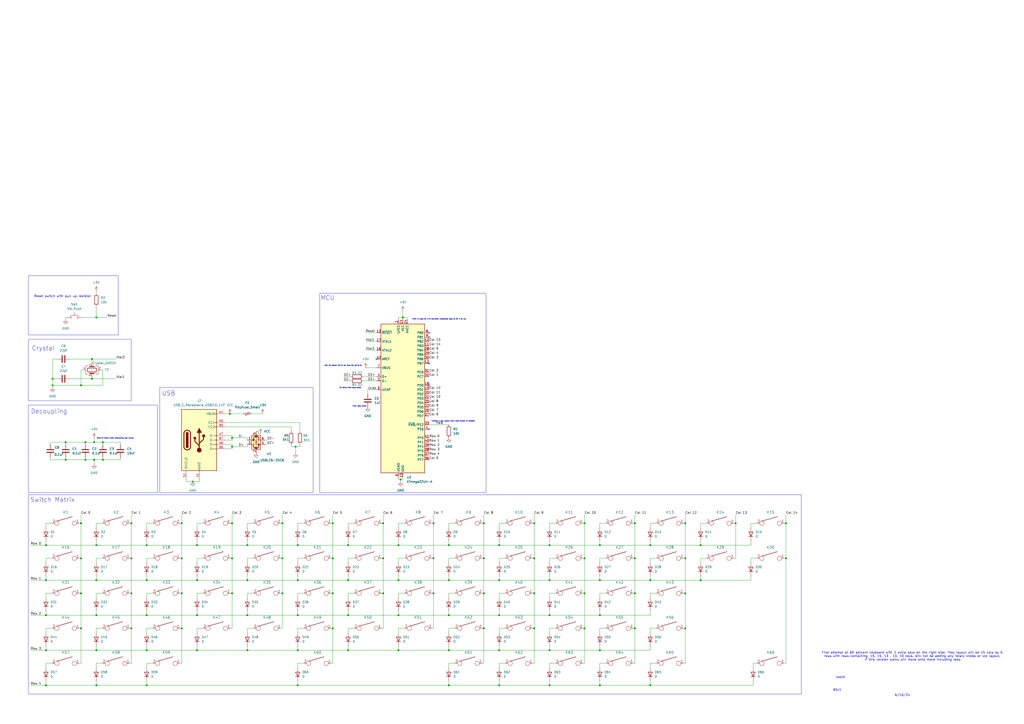
<source format=kicad_sch>
(kicad_sch (version 20231120) (generator "eeschema") (generator_version "8.0")
  (paper "A2")
  (junction (at 260.35 356.87))
  (junction (at 280.67 364.49))
  (junction (at 251.46 303.53))
  (junction (at 201.93 356.87))
  (junction (at 347.98 377.19))
  (junction (at 368.3 364.49))
  (junction (at 105.41 323.85))
  (junction (at 105.41 344.17))
  (junction (at 222.25 303.53))
  (junction (at 26.67 316.23))
  (junction (at 193.04 344.17))
  (junction (at 114.3 336.55))
  (junction (at 46.99 344.17))
  (junction (at 280.67 323.85))
  (junction (at 76.2 323.85))
  (junction (at 114.3 377.19))
  (junction (at 339.09 364.49))
  (junction (at 455.93 323.85))
  (junction (at 318.77 316.23))
  (junction (at 143.51 377.19))
  (junction (at 339.09 323.85))
  (junction (at 309.88 344.17))
  (junction (at 54.61 256.54))
  (junction (at 172.72 377.19))
  (junction (at 232.41 278.13))
  (junction (at 55.88 356.87))
  (junction (at 134.62 303.53))
  (junction (at 143.51 356.87))
  (junction (at 406.4 316.23))
  (junction (at 26.67 397.51))
  (junction (at 347.98 316.23))
  (junction (at 289.56 397.51))
  (junction (at 260.35 397.51))
  (junction (at 377.19 316.23))
  (junction (at 53.34 208.28))
  (junction (at 260.35 377.19))
  (junction (at 114.3 356.87))
  (junction (at 85.09 397.51))
  (junction (at 201.93 336.55))
  (junction (at 143.51 336.55))
  (junction (at 38.1 256.54))
  (junction (at 397.51 344.17))
  (junction (at 280.67 303.53))
  (junction (at 172.72 336.55))
  (junction (at 289.56 336.55))
  (junction (at 251.46 344.17))
  (junction (at 105.41 364.49))
  (junction (at 347.98 356.87))
  (junction (at 368.3 323.85))
  (junction (at 397.51 364.49))
  (junction (at 368.3 344.17))
  (junction (at 46.99 303.53))
  (junction (at 172.72 397.51))
  (junction (at 377.19 336.55))
  (junction (at 134.62 254))
  (junction (at 26.67 377.19))
  (junction (at 163.83 344.17))
  (junction (at 134.62 323.85))
  (junction (at 309.88 323.85))
  (junction (at 222.25 344.17))
  (junction (at 318.77 377.19))
  (junction (at 171.45 259.08))
  (junction (at 76.2 344.17))
  (junction (at 231.14 356.87))
  (junction (at 339.09 344.17))
  (junction (at 318.77 397.51))
  (junction (at 49.53 256.54))
  (junction (at 114.3 316.23))
  (junction (at 55.88 397.51))
  (junction (at 85.09 356.87))
  (junction (at 280.67 344.17))
  (junction (at 260.35 336.55))
  (junction (at 49.53 266.7))
  (junction (at 134.62 259.08))
  (junction (at 172.72 356.87))
  (junction (at 339.09 303.53))
  (junction (at 260.35 316.23))
  (junction (at 309.88 364.49))
  (junction (at 133.35 240.03))
  (junction (at 201.93 377.19))
  (junction (at 38.1 266.7))
  (junction (at 55.88 377.19))
  (junction (at 54.61 266.7))
  (junction (at 455.93 303.53))
  (junction (at 26.67 356.87))
  (junction (at 251.46 323.85))
  (junction (at 172.72 316.23))
  (junction (at 30.48 223.52))
  (junction (at 55.88 316.23))
  (junction (at 318.77 336.55))
  (junction (at 193.04 303.53))
  (junction (at 55.88 184.15))
  (junction (at 368.3 303.53))
  (junction (at 222.25 323.85))
  (junction (at 231.14 316.23))
  (junction (at 85.09 316.23))
  (junction (at 134.62 344.17))
  (junction (at 46.99 223.52))
  (junction (at 85.09 377.19))
  (junction (at 76.2 303.53))
  (junction (at 347.98 397.51))
  (junction (at 30.48 219.71))
  (junction (at 46.99 323.85))
  (junction (at 233.68 184.15))
  (junction (at 426.72 303.53))
  (junction (at 193.04 364.49))
  (junction (at 143.51 316.23))
  (junction (at 231.14 377.19))
  (junction (at 46.99 364.49))
  (junction (at 59.69 256.54))
  (junction (at 26.67 336.55))
  (junction (at 53.34 219.71))
  (junction (at 105.41 303.53))
  (junction (at 201.93 316.23))
  (junction (at 231.14 336.55))
  (junction (at 347.98 336.55))
  (junction (at 163.83 303.53))
  (junction (at 163.83 323.85))
  (junction (at 397.51 323.85))
  (junction (at 377.19 397.51))
  (junction (at 111.76 279.4))
  (junction (at 318.77 356.87))
  (junction (at 397.51 303.53))
  (junction (at 289.56 377.19))
  (junction (at 193.04 323.85))
  (junction (at 289.56 356.87))
  (junction (at 309.88 303.53))
  (junction (at 289.56 316.23))
  (junction (at 55.88 336.55))
  (junction (at 85.09 336.55))
  (junction (at 76.2 364.49))
  (junction (at 59.69 266.7))
  (junction (at 406.4 336.55))
  (no_connect (at 248.92 248.92))
  (no_connect (at 248.92 210.82))
  (no_connect (at 248.92 195.58))
  (no_connect (at 248.92 223.52))
  (no_connect (at 248.92 193.04))
  (no_connect (at 218.44 208.28))
  (wire (pts (xy 318.77 323.85) (xy 318.77 326.39)))
  (wire (pts (xy 233.68 180.34) (xy 233.68 184.15)))
  (wire (pts (xy 201.93 356.87) (xy 201.93 354.33)))
  (wire (pts (xy 114.3 316.23) (xy 114.3 313.69)))
  (wire (pts (xy 279.4 384.81) (xy 280.67 384.81)))
  (wire (pts (xy 30.48 223.52) (xy 30.48 224.79)))
  (wire (pts (xy 172.72 316.23) (xy 172.72 313.69)))
  (wire (pts (xy 377.19 316.23) (xy 377.19 313.69)))
  (wire (pts (xy 201.93 344.17) (xy 201.93 346.71)))
  (wire (pts (xy 26.67 374.65) (xy 26.67 377.19)))
  (wire (pts (xy 308.61 384.81) (xy 309.88 384.81)))
  (wire (pts (xy 347.98 356.87) (xy 347.98 354.33)))
  (wire (pts (xy 134.62 344.17) (xy 134.62 364.49)))
  (wire (pts (xy 260.35 336.55) (xy 289.56 336.55)))
  (wire (pts (xy 134.62 259.08) (xy 134.62 260.35)))
  (wire (pts (xy 309.88 344.17) (xy 309.88 364.49)))
  (wire (pts (xy 439.42 303.53) (xy 435.61 303.53)))
  (wire (pts (xy 455.93 323.85) (xy 455.93 384.81)))
  (wire (pts (xy 396.24 364.49) (xy 397.51 364.49)))
  (wire (pts (xy 406.4 303.53) (xy 406.4 306.07)))
  (wire (pts (xy 322.58 364.49) (xy 318.77 364.49)))
  (wire (pts (xy 318.77 316.23) (xy 347.98 316.23)))
  (wire (pts (xy 26.67 394.97) (xy 26.67 397.51)))
  (wire (pts (xy 347.98 397.51) (xy 377.19 397.51)))
  (wire (pts (xy 53.34 219.71) (xy 53.34 218.44)))
  (wire (pts (xy 29.21 266.7) (xy 38.1 266.7)))
  (wire (pts (xy 55.88 303.53) (xy 55.88 306.07)))
  (wire (pts (xy 251.46 344.17) (xy 251.46 364.49)))
  (wire (pts (xy 49.53 266.7) (xy 38.1 266.7)))
  (wire (pts (xy 38.1 256.54) (xy 29.21 256.54)))
  (wire (pts (xy 46.99 298.45) (xy 46.99 303.53)))
  (wire (pts (xy 308.61 303.53) (xy 309.88 303.53)))
  (wire (pts (xy 260.35 397.51) (xy 289.56 397.51)))
  (wire (pts (xy 232.41 278.13) (xy 233.68 278.13)))
  (wire (pts (xy 406.4 323.85) (xy 406.4 326.39)))
  (wire (pts (xy 118.11 344.17) (xy 114.3 344.17)))
  (wire (pts (xy 397.51 344.17) (xy 397.51 364.49)))
  (wire (pts (xy 231.14 336.55) (xy 260.35 336.55)))
  (wire (pts (xy 59.69 364.49) (xy 55.88 364.49)))
  (wire (pts (xy 351.79 364.49) (xy 347.98 364.49)))
  (wire (pts (xy 233.68 184.15) (xy 233.68 185.42)))
  (wire (pts (xy 38.1 257.81) (xy 38.1 256.54)))
  (wire (pts (xy 76.2 384.81) (xy 74.93 384.81)))
  (wire (pts (xy 351.79 323.85) (xy 347.98 323.85)))
  (wire (pts (xy 55.88 344.17) (xy 55.88 346.71)))
  (wire (pts (xy 134.62 252.73) (xy 130.81 252.73)))
  (wire (pts (xy 54.61 266.7) (xy 49.53 266.7)))
  (wire (pts (xy 210.82 218.44) (xy 218.44 218.44)))
  (wire (pts (xy 250.19 364.49) (xy 251.46 364.49)))
  (wire (pts (xy 59.69 384.81) (xy 55.88 384.81)))
  (wire (pts (xy 289.56 316.23) (xy 289.56 313.69)))
  (wire (pts (xy 26.67 303.53) (xy 26.67 306.07)))
  (wire (pts (xy 46.99 364.49) (xy 45.72 364.49)))
  (wire (pts (xy 115.57 279.4) (xy 115.57 278.13)))
  (wire (pts (xy 147.32 323.85) (xy 143.51 323.85)))
  (wire (pts (xy 191.77 323.85) (xy 193.04 323.85)))
  (wire (pts (xy 173.99 259.08) (xy 173.99 257.81)))
  (wire (pts (xy 322.58 323.85) (xy 318.77 323.85)))
  (wire (pts (xy 377.19 377.19) (xy 377.19 374.65)))
  (wire (pts (xy 347.98 316.23) (xy 347.98 313.69)))
  (wire (pts (xy 318.77 303.53) (xy 318.77 306.07)))
  (wire (pts (xy 162.56 344.17) (xy 163.83 344.17)))
  (wire (pts (xy 396.24 323.85) (xy 397.51 323.85)))
  (wire (pts (xy 168.91 259.08) (xy 168.91 257.81)))
  (wire (pts (xy 222.25 303.53) (xy 222.25 323.85)))
  (wire (pts (xy 289.56 316.23) (xy 318.77 316.23)))
  (wire (pts (xy 436.88 397.51) (xy 436.88 394.97)))
  (wire (pts (xy 318.77 397.51) (xy 347.98 397.51)))
  (wire (pts (xy 172.72 364.49) (xy 172.72 367.03)))
  (wire (pts (xy 46.99 364.49) (xy 46.99 384.81)))
  (wire (pts (xy 147.32 364.49) (xy 143.51 364.49)))
  (wire (pts (xy 347.98 323.85) (xy 347.98 326.39)))
  (wire (pts (xy 220.98 323.85) (xy 222.25 323.85)))
  (wire (pts (xy 143.51 336.55) (xy 172.72 336.55)))
  (wire (pts (xy 173.99 245.11) (xy 173.99 250.19)))
  (wire (pts (xy 339.09 344.17) (xy 339.09 364.49)))
  (wire (pts (xy 134.62 298.45) (xy 134.62 303.53)))
  (wire (pts (xy 377.19 323.85) (xy 377.19 326.39)))
  (wire (pts (xy 455.93 303.53) (xy 455.93 323.85)))
  (wire (pts (xy 435.61 316.23) (xy 435.61 313.69)))
  (wire (pts (xy 289.56 384.81) (xy 289.56 387.35)))
  (wire (pts (xy 26.67 364.49) (xy 26.67 367.03)))
  (wire (pts (xy 88.9 384.81) (xy 85.09 384.81)))
  (wire (pts (xy 318.77 397.51) (xy 318.77 394.97)))
  (wire (pts (xy 55.88 336.55) (xy 55.88 334.01)))
  (wire (pts (xy 76.2 364.49) (xy 76.2 384.81)))
  (wire (pts (xy 76.2 303.53) (xy 74.93 303.53)))
  (wire (pts (xy 232.41 278.13) (xy 232.41 279.4)))
  (wire (pts (xy 30.48 344.17) (xy 26.67 344.17)))
  (wire (pts (xy 260.35 316.23) (xy 289.56 316.23)))
  (wire (pts (xy 59.69 214.63) (xy 58.42 214.63)))
  (wire (pts (xy 264.16 303.53) (xy 260.35 303.53)))
  (wire (pts (xy 337.82 344.17) (xy 339.09 344.17)))
  (wire (pts (xy 46.99 384.81) (xy 45.72 384.81)))
  (wire (pts (xy 104.14 323.85) (xy 105.41 323.85)))
  (wire (pts (xy 62.23 184.15) (xy 55.88 184.15)))
  (wire (pts (xy 76.2 298.45) (xy 76.2 303.53)))
  (wire (pts (xy 426.72 298.45) (xy 426.72 303.53)))
  (wire (pts (xy 234.95 364.49) (xy 231.14 364.49)))
  (wire (pts (xy 377.19 303.53) (xy 377.19 306.07)))
  (wire (pts (xy 46.99 344.17) (xy 45.72 344.17)))
  (wire (pts (xy 30.48 303.53) (xy 26.67 303.53)))
  (wire (pts (xy 260.35 397.51) (xy 260.35 394.97)))
  (wire (pts (xy 76.2 344.17) (xy 74.93 344.17)))
  (wire (pts (xy 163.83 303.53) (xy 163.83 323.85)))
  (wire (pts (xy 260.35 303.53) (xy 260.35 306.07)))
  (wire (pts (xy 201.93 377.19) (xy 231.14 377.19)))
  (wire (pts (xy 118.11 303.53) (xy 114.3 303.53)))
  (wire (pts (xy 143.51 377.19) (xy 143.51 374.65)))
  (wire (pts (xy 339.09 323.85) (xy 339.09 344.17)))
  (wire (pts (xy 377.19 336.55) (xy 406.4 336.55)))
  (wire (pts (xy 55.88 356.87) (xy 85.09 356.87)))
  (wire (pts (xy 260.35 377.19) (xy 289.56 377.19)))
  (wire (pts (xy 46.99 303.53) (xy 45.72 303.53)))
  (wire (pts (xy 26.67 323.85) (xy 26.67 326.39)))
  (wire (pts (xy 105.41 303.53) (xy 105.41 323.85)))
  (wire (pts (xy 368.3 303.53) (xy 368.3 323.85)))
  (wire (pts (xy 435.61 303.53) (xy 435.61 306.07)))
  (wire (pts (xy 85.09 323.85) (xy 85.09 326.39)))
  (wire (pts (xy 377.19 336.55) (xy 377.19 334.01)))
  (wire (pts (xy 88.9 323.85) (xy 85.09 323.85)))
  (wire (pts (xy 193.04 303.53) (xy 193.04 323.85)))
  (wire (pts (xy 251.46 303.53) (xy 251.46 323.85)))
  (wire (pts (xy 279.4 323.85) (xy 280.67 323.85)))
  (wire (pts (xy 26.67 313.69) (xy 26.67 316.23)))
  (wire (pts (xy 59.69 344.17) (xy 55.88 344.17)))
  (wire (pts (xy 26.67 356.87) (xy 55.88 356.87)))
  (wire (pts (xy 289.56 356.87) (xy 318.77 356.87)))
  (wire (pts (xy 85.09 303.53) (xy 85.09 306.07)))
  (wire (pts (xy 114.3 377.19) (xy 114.3 374.65)))
  (wire (pts (xy 85.09 336.55) (xy 114.3 336.55)))
  (wire (pts (xy 439.42 384.81) (xy 436.88 384.81)))
  (wire (pts (xy 213.36 226.06) (xy 213.36 228.6)))
  (wire (pts (xy 88.9 344.17) (xy 85.09 344.17)))
  (wire (pts (xy 439.42 323.85) (xy 435.61 323.85)))
  (wire (pts (xy 114.3 303.53) (xy 114.3 306.07)))
  (wire (pts (xy 289.56 356.87) (xy 289.56 354.33)))
  (wire (pts (xy 143.51 364.49) (xy 143.51 367.03)))
  (wire (pts (xy 293.37 384.81) (xy 289.56 384.81)))
  (wire (pts (xy 425.45 303.53) (xy 426.72 303.53)))
  (wire (pts (xy 436.88 384.81) (xy 436.88 387.35)))
  (wire (pts (xy 85.09 356.87) (xy 85.09 354.33)))
  (wire (pts (xy 201.93 364.49) (xy 201.93 367.03)))
  (wire (pts (xy 406.4 316.23) (xy 435.61 316.23)))
  (wire (pts (xy 279.4 364.49) (xy 280.67 364.49)))
  (wire (pts (xy 212.09 198.12) (xy 218.44 198.12)))
  (wire (pts (xy 172.72 384.81) (xy 172.72 387.35)))
  (wire (pts (xy 231.14 356.87) (xy 260.35 356.87)))
  (wire (pts (xy 289.56 323.85) (xy 289.56 326.39)))
  (wire (pts (xy 347.98 336.55) (xy 347.98 334.01)))
  (wire (pts (xy 454.66 384.81) (xy 455.93 384.81)))
  (wire (pts (xy 260.35 384.81) (xy 260.35 387.35)))
  (wire (pts (xy 308.61 344.17) (xy 309.88 344.17)))
  (wire (pts (xy 176.53 303.53) (xy 172.72 303.53)))
  (wire (pts (xy 377.19 397.51) (xy 377.19 394.97)))
  (wire (pts (xy 59.69 256.54) (xy 69.85 256.54)))
  (wire (pts (xy 205.74 323.85) (xy 201.93 323.85)))
  (wire (pts (xy 250.19 323.85) (xy 251.46 323.85)))
  (wire (pts (xy 406.4 336.55) (xy 435.61 336.55)))
  (wire (pts (xy 85.09 397.51) (xy 85.09 394.97)))
  (wire (pts (xy 105.41 323.85) (xy 105.41 344.17)))
  (wire (pts (xy 59.69 265.43) (xy 59.69 266.7)))
  (wire (pts (xy 76.2 364.49) (xy 74.93 364.49)))
  (wire (pts (xy 289.56 397.51) (xy 289.56 394.97)))
  (wire (pts (xy 406.4 336.55) (xy 406.4 334.01)))
  (wire (pts (xy 280.67 344.17) (xy 280.67 364.49)))
  (wire (pts (xy 85.09 344.17) (xy 85.09 346.71)))
  (wire (pts (xy 231.14 323.85) (xy 231.14 326.39)))
  (wire (pts (xy 143.51 259.08) (xy 143.51 257.81)))
  (wire (pts (xy 134.62 303.53) (xy 134.62 323.85)))
  (wire (pts (xy 260.35 323.85) (xy 260.35 326.39)))
  (wire (pts (xy 396.24 344.17) (xy 397.51 344.17)))
  (wire (pts (xy 289.56 344.17) (xy 289.56 346.71)))
  (wire (pts (xy 318.77 384.81) (xy 318.77 387.35)))
  (wire (pts (xy 172.72 394.97) (xy 172.72 397.51)))
  (wire (pts (xy 171.45 259.08) (xy 171.45 262.89)))
  (wire (pts (xy 377.19 344.17) (xy 377.19 346.71)))
  (wire (pts (xy 201.93 303.53) (xy 201.93 306.07)))
  (wire (pts (xy 368.3 298.45) (xy 368.3 303.53)))
  (wire (pts (xy 162.56 323.85) (xy 163.83 323.85)))
  (wire (pts (xy 133.35 323.85) (xy 134.62 323.85)))
  (wire (pts (xy 260.35 316.23) (xy 260.35 313.69)))
  (wire (pts (xy 220.98 303.53) (xy 222.25 303.53)))
  (wire (pts (xy 17.78 356.87) (xy 26.67 356.87)))
  (wire (pts (xy 377.19 384.81) (xy 377.19 387.35)))
  (wire (pts (xy 130.81 240.03) (xy 133.35 240.03)))
  (wire (pts (xy 38.1 184.15) (xy 38.1 185.42)))
  (wire (pts (xy 48.26 184.15) (xy 55.88 184.15)))
  (wire (pts (xy 104.14 344.17) (xy 105.41 344.17)))
  (wire (pts (xy 396.24 384.81) (xy 397.51 384.81)))
  (wire (pts (xy 118.11 364.49) (xy 114.3 364.49)))
  (wire (pts (xy 26.67 377.19) (xy 55.88 377.19)))
  (wire (pts (xy 199.39 218.44) (xy 203.2 218.44)))
  (wire (pts (xy 260.35 336.55) (xy 260.35 334.01)))
  (wire (pts (xy 201.93 316.23) (xy 201.93 313.69)))
  (wire (pts (xy 454.66 323.85) (xy 455.93 323.85)))
  (wire (pts (xy 193.04 298.45) (xy 193.04 303.53)))
  (wire (pts (xy 114.3 323.85) (xy 114.3 326.39)))
  (wire (pts (xy 368.3 323.85) (xy 368.3 344.17)))
  (wire (pts (xy 76.2 344.17) (xy 76.2 364.49)))
  (wire (pts (xy 163.83 298.45) (xy 163.83 303.53)))
  (wire (pts (xy 30.48 223.52) (xy 46.99 223.52)))
  (wire (pts (xy 231.14 377.19) (xy 231.14 374.65)))
  (wire (pts (xy 114.3 316.23) (xy 143.51 316.23)))
  (wire (pts (xy 143.51 323.85) (xy 143.51 326.39)))
  (wire (pts (xy 49.53 256.54) (xy 49.53 257.81)))
  (wire (pts (xy 173.99 259.08) (xy 171.45 259.08)))
  (wire (pts (xy 46.99 223.52) (xy 59.69 223.52)))
  (wire (pts (xy 85.09 356.87) (xy 114.3 356.87)))
  (wire (pts (xy 30.48 219.71) (xy 30.48 223.52)))
  (wire (pts (xy 143.51 254) (xy 143.51 255.27)))
  (wire (pts (xy 318.77 377.19) (xy 318.77 374.65)))
  (wire (pts (xy 153.67 255.27) (xy 154.94 255.27)))
  (wire (pts (xy 59.69 266.7) (xy 54.61 266.7)))
  (wire (pts (xy 250.19 303.53) (xy 251.46 303.53)))
  (wire (pts (xy 251.46 323.85) (xy 251.46 344.17)))
  (wire (pts (xy 347.98 336.55) (xy 377.19 336.55)))
  (wire (pts (xy 309.88 298.45) (xy 309.88 303.53)))
  (wire (pts (xy 162.56 364.49) (xy 163.83 364.49)))
  (wire (pts (xy 171.45 259.08) (xy 168.91 259.08)))
  (wire (pts (xy 76.2 323.85) (xy 76.2 344.17)))
  (wire (pts (xy 114.3 344.17) (xy 114.3 346.71)))
  (wire (pts (xy 337.82 384.81) (xy 339.09 384.81)))
  (wire (pts (xy 114.3 336.55) (xy 143.51 336.55)))
  (wire (pts (xy 172.72 356.87) (xy 201.93 356.87)))
  (wire (pts (xy 201.93 316.23) (xy 231.14 316.23)))
  (wire (pts (xy 293.37 303.53) (xy 289.56 303.53)))
  (wire (pts (xy 231.14 316.23) (xy 260.35 316.23)))
  (wire (pts (xy 59.69 323.85) (xy 55.88 323.85)))
  (wire (pts (xy 210.82 220.98) (xy 218.44 220.98)))
  (wire (pts (xy 347.98 344.17) (xy 347.98 346.71)))
  (wire (pts (xy 143.51 356.87) (xy 172.72 356.87)))
  (wire (pts (xy 260.35 377.19) (xy 260.35 374.65)))
  (wire (pts (xy 55.88 377.19) (xy 85.09 377.19)))
  (wire (pts (xy 289.56 336.55) (xy 289.56 334.01)))
  (wire (pts (xy 69.85 265.43) (xy 69.85 266.7)))
  (wire (pts (xy 104.14 364.49) (xy 105.41 364.49)))
  (wire (pts (xy 347.98 384.81) (xy 347.98 387.35)))
  (wire (pts (xy 176.53 344.17) (xy 172.72 344.17)))
  (wire (pts (xy 17.78 397.51) (xy 26.67 397.51)))
  (wire (pts (xy 231.14 184.15) (xy 231.14 185.42)))
  (wire (pts (xy 339.09 298.45) (xy 339.09 303.53)))
  (wire (pts (xy 201.93 356.87) (xy 231.14 356.87)))
  (wire (pts (xy 410.21 323.85) (xy 406.4 323.85)))
  (wire (pts (xy 30.48 364.49) (xy 26.67 364.49)))
  (wire (pts (xy 26.67 384.81) (xy 26.67 387.35)))
  (wire (pts (xy 251.46 298.45) (xy 251.46 303.53)))
  (wire (pts (xy 147.32 344.17) (xy 143.51 344.17)))
  (wire (pts (xy 163.83 344.17) (xy 163.83 364.49)))
  (wire (pts (xy 130.81 257.81) (xy 134.62 257.81)))
  (wire (pts (xy 55.88 168.91) (xy 55.88 170.18)))
  (wire (pts (xy 212.09 203.2) (xy 218.44 203.2)))
  (wire (pts (xy 134.62 254) (xy 143.51 254)))
  (wire (pts (xy 17.78 377.19) (xy 26.67 377.19)))
  (wire (pts (xy 133.35 344.17) (xy 134.62 344.17)))
  (wire (pts (xy 85.09 316.23) (xy 85.09 313.69)))
  (wire (pts (xy 222.25 344.17) (xy 222.25 364.49)))
  (wire (pts (xy 29.21 256.54) (xy 29.21 257.81)))
  (wire (pts (xy 33.02 208.28) (xy 30.48 208.28)))
  (wire (pts (xy 55.88 316.23) (xy 85.09 316.23)))
  (wire (pts (xy 322.58 384.81) (xy 318.77 384.81)))
  (wire (pts (xy 153.67 257.81) (xy 154.94 257.81)))
  (wire (pts (xy 85.09 384.81) (xy 85.09 387.35)))
  (wire (pts (xy 151.13 251.46) (xy 149.86 251.46)))
  (wire (pts (xy 114.3 364.49) (xy 114.3 367.03)))
  (wire (pts (xy 191.77 344.17) (xy 193.04 344.17)))
  (wire (pts (xy 147.32 303.53) (xy 143.51 303.53)))
  (wire (pts (xy 347.98 397.51) (xy 347.98 394.97)))
  (wire (pts (xy 134.62 259.08) (xy 143.51 259.08)))
  (wire (pts (xy 26.67 344.17) (xy 26.67 346.71)))
  (wire (pts (xy 231.14 276.86) (xy 231.14 278.13)))
  (wire (pts (xy 280.67 298.45) (xy 280.67 303.53)))
  (wire (pts (xy 218.44 193.04) (xy 212.09 193.04)))
  (wire (pts (xy 347.98 377.19) (xy 347.98 374.65)))
  (wire (pts (xy 318.77 336.55) (xy 318.77 334.01)))
  (wire (pts (xy 347.98 303.53) (xy 347.98 306.07)))
  (wire (pts (xy 222.25 323.85) (xy 222.25 344.17)))
  (wire (pts (xy 201.93 323.85) (xy 201.93 326.39)))
  (wire (pts (xy 426.72 303.53) (xy 426.72 323.85)))
  (wire (pts (xy 231.14 336.55) (xy 231.14 334.01)))
  (wire (pts (xy 454.66 303.53) (xy 455.93 303.53)))
  (wire (pts (xy 201.93 336.55) (xy 201.93 334.01)))
  (wire (pts (xy 231.14 316.23) (xy 231.14 313.69)))
  (wire (pts (xy 29.21 265.43) (xy 29.21 266.7)))
  (wire (pts (xy 250.19 344.17) (xy 251.46 344.17)))
  (wire (pts (xy 231.14 303.53) (xy 231.14 306.07)))
  (wire (pts (xy 322.58 303.53) (xy 318.77 303.53)))
  (wire (pts (xy 26.67 334.01) (xy 26.67 336.55)))
  (wire (pts (xy 231.14 356.87) (xy 231.14 354.33)))
  (wire (pts (xy 76.2 323.85) (xy 74.93 323.85)))
  (wire (pts (xy 162.56 303.53) (xy 163.83 303.53)))
  (wire (pts (xy 26.67 397.51) (xy 55.88 397.51)))
  (wire (pts (xy 172.72 336.55) (xy 201.93 336.55)))
  (wire (pts (xy 318.77 356.87) (xy 318.77 354.33)))
  (wire (pts (xy 172.72 377.19) (xy 201.93 377.19)))
  (wire (pts (xy 48.26 214.63) (xy 46.99 214.63)))
  (wire (pts (xy 309.88 323.85) (xy 309.88 344.17)))
  (wire (pts (xy 289.56 377.19) (xy 289.56 374.65)))
  (wire (pts (xy 55.88 397.51) (xy 55.88 394.97)))
  (wire (pts (xy 168.91 250.19) (xy 168.91 247.65)))
  (wire (pts (xy 347.98 377.19) (xy 377.19 377.19)))
  (wire (pts (xy 55.88 364.49) (xy 55.88 367.03)))
  (wire (pts (xy 293.37 323.85) (xy 289.56 323.85)))
  (wire (pts (xy 318.77 344.17) (xy 318.77 346.71)))
  (wire (pts (xy 289.56 397.51) (xy 318.77 397.51)))
  (wire (pts (xy 293.37 364.49) (xy 289.56 364.49)))
  (wire (pts (xy 231.14 364.49) (xy 231.14 367.03)))
  (wire (pts (xy 176.53 384.81) (xy 172.72 384.81)))
  (wire (pts (xy 193.04 323.85) (xy 193.04 344.17)))
  (wire (pts (xy 46.99 214.63) (xy 46.99 223.52)))
  (wire (pts (xy 30.48 208.28) (xy 30.48 219.71)))
  (wire (pts (xy 40.64 208.28) (xy 53.34 208.28)))
  (wire (pts (xy 88.9 364.49) (xy 85.09 364.49)))
  (wire (pts (xy 318.77 364.49) (xy 318.77 367.03)))
  (wire (pts (xy 114.3 356.87) (xy 143.51 356.87)))
  (wire (pts (xy 289.56 336.55) (xy 318.77 336.55)))
  (wire (pts (xy 38.1 256.54) (xy 49.53 256.54)))
  (wire (pts (xy 367.03 344.17) (xy 368.3 344.17)))
  (wire (pts (xy 435.61 336.55) (xy 435.61 334.01)))
  (wire (pts (xy 318.77 316.23) (xy 318.77 313.69)))
  (wire (pts (xy 368.3 344.17) (xy 368.3 364.49)))
  (wire (pts (xy 46.99 323.85) (xy 45.72 323.85)))
  (wire (pts (xy 17.78 316.23) (xy 26.67 316.23)))
  (wire (pts (xy 220.98 364.49) (xy 222.25 364.49)))
  (wire (pts (xy 176.53 364.49) (xy 172.72 364.49)))
  (wire (pts (xy 26.67 354.33) (xy 26.67 356.87)))
  (wire (pts (xy 381 384.81) (xy 377.19 384.81)))
  (wire (pts (xy 264.16 344.17) (xy 260.35 344.17)))
  (wire (pts (xy 318.77 377.19) (xy 347.98 377.19)))
  (wire (pts (xy 279.4 344.17) (xy 280.67 344.17)))
  (wire (pts (xy 111.76 279.4) (xy 107.95 279.4)))
  (wire (pts (xy 397.51 323.85) (xy 397.51 344.17)))
  (wire (pts (xy 59.69 303.53) (xy 55.88 303.53)))
  (wire (pts (xy 248.92 246.38) (xy 260.35 246.38)))
  (wire (pts (xy 322.58 344.17) (xy 318.77 344.17)))
  (wire (pts (xy 347.98 356.87) (xy 377.19 356.87)))
  (wire (pts (xy 55.88 356.87) (xy 55.88 354.33)))
  (wire (pts (xy 149.86 250.19) (xy 148.59 250.19)))
  (wire (pts (xy 191.77 303.53) (xy 193.04 303.53)))
  (wire (pts (xy 397.51 303.53) (xy 397.51 323.85)))
  (wire (pts (xy 53.34 208.28) (xy 53.34 210.82)))
  (wire (pts (xy 280.67 323.85) (xy 280.67 344.17)))
  (wire (pts (xy 218.44 226.06) (xy 213.36 226.06)))
  (wire (pts (xy 59.69 256.54) (xy 59.69 257.81)))
  (wire (pts (xy 55.88 397.51) (xy 85.09 397.51)))
  (wire (pts (xy 172.72 397.51) (xy 260.35 397.51)))
  (wire (pts (xy 55.88 323.85) (xy 55.88 326.39)))
  (wire (pts (xy 143.51 316.23) (xy 143.51 313.69)))
  (wire (pts (xy 104.14 303.53) (xy 105.41 303.53)))
  (wire (pts (xy 381 303.53) (xy 377.19 303.53)))
  (wire (pts (xy 26.67 336.55) (xy 55.88 336.55)))
  (wire (pts (xy 172.72 336.55) (xy 172.72 334.01)))
  (wire (pts (xy 176.53 323.85) (xy 172.72 323.85)))
  (wire (pts (xy 381 344.17) (xy 377.19 344.17)))
  (wire (pts (xy 30.48 323.85) (xy 26.67 323.85)))
  (wire (pts (xy 396.24 303.53) (xy 397.51 303.53)))
  (wire (pts (xy 367.03 303.53) (xy 368.3 303.53)))
  (wire (pts (xy 337.82 323.85) (xy 339.09 323.85)))
  (wire (pts (xy 130.81 255.27) (xy 134.62 255.27)))
  (wire (pts (xy 193.04 344.17) (xy 193.04 364.49)))
  (wire (pts (xy 55.88 377.19) (xy 55.88 374.65)))
  (wire (pts (xy 134.62 254) (xy 134.62 252.73)))
  (wire (pts (xy 435.61 323.85) (xy 435.61 326.39)))
  (wire (pts (xy 143.51 356.87) (xy 143.51 354.33)))
  (wire (pts (xy 337.82 303.53) (xy 339.09 303.53)))
  (wire (pts (xy 134.62 255.27) (xy 134.62 254)))
  (wire (pts (xy 53.34 208.28) (xy 67.31 208.28)))
  (wire (pts (xy 146.05 240.03) (xy 152.4 240.03)))
  (wire (pts (xy 280.67 384.81) (xy 280.67 364.49)))
  (wire (pts (xy 163.83 323.85) (xy 163.83 344.17)))
  (wire (pts (xy 231.14 377.19) (xy 260.35 377.19)))
  (wire (pts (xy 172.72 316.23) (xy 201.93 316.23)))
  (wire (pts (xy 69.85 266.7) (xy 59.69 266.7)))
  (wire (pts (xy 199.39 220.98) (xy 203.2 220.98)))
  (wire (pts (xy 143.51 303.53) (xy 143.51 306.07)))
  (wire (pts (xy 260.35 356.87) (xy 260.35 354.33)))
  (wire (pts (xy 377.19 364.49) (xy 377.19 367.03)))
  (wire (pts (xy 406.4 316.23) (xy 406.4 313.69)))
  (wire (pts (xy 455.93 298.45) (xy 455.93 303.53)))
  (wire (pts (xy 381 364.49) (xy 377.19 364.49)))
  (wire (pts (xy 264.16 384.81) (xy 260.35 384.81)))
  (wire (pts (xy 46.99 323.85) (xy 46.99 344.17)))
  (wire (pts (xy 55.88 384.81) (xy 55.88 387.35)))
  (wire (pts (xy 17.78 336.55) (xy 26.67 336.55)))
  (wire (pts (xy 367.03 364.49) (xy 368.3 364.49)))
  (wire (pts (xy 191.77 384.81) (xy 193.04 384.81)))
  (wire (pts (xy 351.79 303.53) (xy 347.98 303.53)))
  (wire (pts (xy 260.35 344.17) (xy 260.35 346.71)))
  (wire (pts (xy 46.99 303.53) (xy 46.99 323.85)))
  (wire (pts (xy 264.16 323.85) (xy 260.35 323.85)))
  (wire (pts (xy 318.77 336.55) (xy 347.98 336.55)))
  (wire (pts (xy 59.69 223.52) (xy 59.69 214.63)))
  (wire (pts (xy 233.68 276.86) (xy 233.68 278.13)))
  (wire (pts (xy 309.88 303.53) (xy 309.88 323.85)))
  (wire (pts (xy 377.19 397.51) (xy 436.88 397.51)))
  (wire (pts (xy 55.88 316.23) (xy 55.88 313.69)))
  (wire (pts (xy 339.09 384.81) (xy 339.09 364.49)))
  (wire (pts (xy 233.68 184.15) (xy 231.14 184.15)))
  (wire (pts (xy 367.03 384.81) (xy 368.3 384.81)))
  (wire (pts (xy 308.61 323.85) (xy 309.88 323.85)))
  (wire (pts (xy 231.14 344.17) (xy 231.14 346.71)))
  (wire (pts (xy 38.1 266.7) (xy 38.1 265.43)))
  (wire (pts (xy 293.37 344.17) (xy 289.56 344.17)))
  (wire (pts (xy 234.95 344.17) (xy 231.14 344.17)))
  (wire (pts (xy 260.35 356.87) (xy 289.56 356.87)))
  (wire (pts (xy 54.61 256.54) (xy 59.69 256.54)))
  (wire (pts (xy 339.09 303.53) (xy 339.09 323.85)))
  (wire (pts (xy 107.95 279.4) (xy 107.95 278.13)))
  (wire (pts (xy 347.98 364.49) (xy 347.98 367.03)))
  (wire (pts (xy 205.74 344.17) (xy 201.93 344.17)))
  (wire (pts (xy 193.04 364.49) (xy 193.04 384.81)))
  (wire (pts (xy 85.09 316.23) (xy 114.3 316.23)))
  (wire (pts (xy 172.72 323.85) (xy 172.72 326.39)))
  (wire (pts (xy 54.61 266.7) (xy 54.61 269.24)))
  (wire (pts (xy 143.51 336.55) (xy 143.51 334.01)))
  (wire (pts (xy 172.72 377.19) (xy 172.72 374.65)))
  (wire (pts (xy 46.99 344.17) (xy 46.99 364.49)))
  (wire (pts (xy 377.19 316.23) (xy 406.4 316.23)))
  (wire (pts (xy 143.51 316.23) (xy 172.72 316.23)))
  (wire (pts (xy 40.64 219.71) (xy 53.34 219.71)))
  (wire (pts (xy 130.81 245.11) (xy 173.99 245.11)))
  (wire (pts (xy 76.2 303.53) (xy 76.2 323.85)))
  (wire (pts (xy 264.16 364.49) (xy 260.35 364.49)))
  (wire (pts (xy 149.86 251.46) (xy 149.86 250.19)))
  (wire (pts (xy 118.11 323.85) (xy 114.3 323.85)))
  (wire (pts (xy 234.95 303.53) (xy 231.14 303.53)))
  (wire (pts (xy 191.77 364.49) (xy 193.04 364.49)))
  (wire (pts (xy 143.51 344.17) (xy 143.51 346.71)))
  (wire (pts (xy 114.3 336.55) (xy 114.3 334.01)))
  (wire (pts (xy 55.88 336.55) (xy 85.09 336.55)))
  (wire (pts (xy 133.35 303.53) (xy 134.62 303.53)))
  (wire (pts (xy 397.51 298.45) (xy 397.51 303.53)))
  (wire (pts (xy 260.35 364.49) (xy 260.35 367.03)))
  (wire (pts (xy 55.88 177.8) (xy 55.88 184.15)))
  (wire (pts (xy 30.48 219.71) (xy 33.02 219.71)))
  (wire (pts (xy 231.14 278.13) (xy 232.41 278.13)))
  (wire (pts (xy 205.74 303.53) (xy 201.93 303.53)))
  (wire (pts (xy 114.3 356.87) (xy 114.3 354.33)))
  (wire (pts (xy 309.88 384.81) (xy 309.88 364.49)))
  (wire (pts (xy 308.61 364.49) (xy 309.88 364.49)))
  (wire (pts (xy 205.74 364.49) (xy 201.93 364.49)))
  (wire (pts (xy 201.93 336.55) (xy 231.14 336.55)))
  (wire (pts (xy 168.91 247.65) (xy 130.81 247.65)))
  (wire (pts (xy 368.3 384.81) (xy 368.3 364.49)))
  (wire (pts (xy 397.51 384.81) (xy 397.51 364.49)))
  (wire (pts (xy 172.72 356.87) (xy 172.72 354.33)))
  (wire (pts (xy 114.3 377.19) (xy 143.51 377.19)))
  (wire (pts (xy 220.98 344.17) (xy 222.25 344.17)))
  (wire (pts (xy 172.72 344.17) (xy 172.72 346.71)))
  (wire (pts (xy 410.21 303.53) (xy 406.4 303.53)))
  (wire (pts (xy 69.85 256.54) (xy 69.85 257.81)))
  (wire (pts (xy 172.72 303.53) (xy 172.72 306.07)))
  (wire (pts (xy 351.79 344.17) (xy 347.98 344.17)))
  (wire (pts (xy 337.82 364.49) (xy 339.09 364.49)))
  (wire (pts (xy 280.67 303.53) (xy 280.67 323.85)))
  (wire (pts (xy 85.09 364.49) (xy 85.09 367.03)))
  (wire (pts (xy 30.48 384.81) (xy 26.67 384.81)))
  (wire (pts (xy 236.22 185.42) (xy 236.22 184.15)))
  (wire (pts (xy 105.41 298.45) (xy 105.41 303.53)))
  (wire (pts (xy 88.9 303.53) (xy 85.09 303.53)))
  (wire (pts (xy 212.09 213.36) (xy 218.44 213.36)))
  (wire (pts (xy 130.81 260.35) (xy 134.62 260.35)))
  (wire (pts (xy 53.34 219.71) (xy 67.31 219.71)))
  (wire (pts (xy 381 323.85) (xy 377.19 323.85)))
  (wire (pts (xy 377.19 356.87) (xy 377.19 354.33)))
  (wire (pts (xy 351.79 384.81) (xy 347.98 384.81)))
  (wire (pts (xy 54.61 254) (xy 54.61 256.54)))
  (wire (pts (xy 111.76 279.4) (xy 115.57 279.4)))
  (wire (pts (xy 26.67 316.23) (xy 55.88 316.23)))
  (wire (pts (xy 85.09 397.51) (xy 172.72 397.51)))
  (wire (pts (xy 105.41 344.17) (xy 105.41 364.49)))
  (wire (pts (xy 133.35 364.49) (xy 134.62 364.49)))
  (wire (pts (xy 318.77 356.87) (xy 347.98 356.87)))
  (wire (pts (xy 233.68 184.15) (xy 236.22 184.15)))
  (wire (pts (xy 289.56 377.19) (xy 318.77 377.19)))
  (wire (pts (xy 85.09 336.55) (xy 85.09 334.01)))
  (wire (pts (xy 85.09 377.19) (xy 114.3 377.19)))
  (wire (pts (xy 105.41 364.49) (xy 105.41 384.81)))
  (wire (pts (xy 201.93 377.19) (xy 201.93 374.65)))
  (wire (pts (xy 222.25 298.45) (xy 222.25 303.53)))
  (wire (pts (xy 85.09 377.19) (xy 85.09 374.65)))
  (wire (pts (xy 289.56 364.49) (xy 289.56 367.03)))
  (wire (pts (xy 289.56 303.53) (xy 289.56 306.07)))
  (wire (pts (xy 49.53 256.54) (xy 54.61 256.54)))
  (wire (pts (xy 49.53 265.43) (xy 49.53 266.7)))
  (wire (pts (xy 134.62 323.85) (xy 134.62 344.17)))
  (wire (pts (xy 347.98 316.23) (xy 377.19 316.23)))
  (wire (pts (xy 134.62 257.81) (xy 134.62 259.08)))
  (wire (pts (xy 279.4 303.53) (xy 280.67 303.53)))
  (wire (pts (xy 143.51 377.19) (xy 172.72 377.19)))
  (wire (pts (xy 234.95 323.85) (xy 231.14 323.85)))
  (wire (pts (xy 425.45 323.85) (xy 426.72 323.85)))
  (wire (pts (xy 133.35 240.03) (xy 140.97 240.03)))
  (wire (pts (xy 367.03 323.85) (xy 368.3 323.85)))
  (wire (pts (xy 104.14 384.81) (xy 105.41 384.81)))
  (rectangle (start 16.51 196.85) (end 76.2 232.41))
  (rectangle (start 16.51 160.02) (end 68.58 194.31))
  (rectangle (start 92.71 224.79) (end 181.61 285.75))
  (rectangle (start 16.51 234.95) (end 91.44 285.75))
  (rectangle (start 16.51 287.02) (end 464.82 402.59))
  (rectangle (start 185.42 170.18) (end 281.94 285.75))
  (text "6/10/24" (at 523.494 403.352 0) (effects (font (size 1.27 1.27))))
  (text "Decoupling" (at 28.448 238.76 0) (effects (font (size 2.54 2.54))))
  (text "Flashes a new layout when reset button is pressed\n" (at 262.89 244.348 0) (effects (font (size 0.635 0.635))))
  (text "65v1" (at 485.648 400.304 0) (effects (font (size 1.27 1.27))))
  (text "First attempt at 60 percent keyboard with 2 extra keys on the right side. They layout will be 15 cols by 5 \nrows with rows containing, 15, 15, 13 , 13, 10 keys. Will not be adding any rotary knobs or lcd layout. \nIf this version works will move onto more including leds." (at 529.59 380.746 0) (effects (font (size 1.27 1.27))))
  (text "From data sheet\n" (at 208.534 235.712 0) (effects (font (size 0.635 0.635))))
  (text "22 ohms from data sheet\n" (at 203.2 225.044 0) (effects (font (size 0.635 0.635))))
  (text "Switch Matrix" (at 30.48 290.068 0) (effects (font (size 2.54 2.54))))
  (text "AVCC is used for A/D converter, datasheet says to tie it to vcc\n" (at 254.762 185.166 0) (effects (font (size 0.635 0.635))))
  (text "MCU\n" (at 189.992 172.974 0) (effects (font (size 2.54 2.54))))
  (text "Usb will power the 5v so vbus can go to 5v\n" (at 199.136 212.09 0) (effects (font (size 0.635 0.635))))
  (text "Reset switch with pull up resistor\n" (at 36.322 171.958 0) (effects (font (size 1.27 1.27))))
  (text "USB" (at 97.79 228.346 0) (effects (font (size 2.54 2.54))))
  (text "Need to check exact decoupling cap values\n" (at 66.802 254.254 0) (effects (font (size 0.635 0.635))))
  (text "JoshA\n" (at 487.426 392.938 0) (effects (font (size 1.27 1.27))))
  (text "Crystal" (at 25.146 202.184 0) (effects (font (size 2.54 2.54))))
  (label "D3+" (at 213.36 218.44 0))
  (label "Col 1" (at 248.92 218.44 0))
  (label "Col 13" (at 248.92 198.12 0))
  (label "Xtal2" (at 67.31 208.28 0))
  (label "Row 3" (at 17.78 377.19 0))
  (label "Row 4" (at 17.78 397.51 0))
  (label "Xtal2" (at 212.09 203.2 0))
  (label "D+" (at 138.43 259.08 0))
  (label "Col 6" (at 222.25 298.45 0))
  (label "D2+" (at 199.39 218.44 0))
  (label "Row 2" (at 248.92 259.08 0))
  (label "Reset" (at 212.09 193.04 0))
  (label "D3+" (at 213.36 220.98 0))
  (label "Col 7" (at 251.46 298.45 0))
  (label "Col 11" (at 368.3 298.45 0))
  (label "Xtal1" (at 212.09 198.12 0))
  (label "Xtal1" (at 67.31 219.71 0))
  (label "Ucap" (at 213.36 226.06 0))
  (label "Col 2" (at 248.92 215.9 0))
  (label "Col 8" (at 248.92 233.68 0))
  (label "Row 2" (at 17.78 356.87 0))
  (label "Col 5" (at 248.92 203.2 0))
  (label "D-" (at 138.43 254 0))
  (label "Col 14" (at 248.92 200.66 0))
  (label "Row 1" (at 248.92 256.54 0))
  (label "D2+" (at 154.94 257.81 0))
  (label "Col 13" (at 426.72 298.45 0))
  (label "Row 0" (at 248.92 254 0))
  (label "HWB" (at 252.73 246.38 0))
  (label "Row 3" (at 248.92 261.62 0))
  (label "Col 7" (at 248.92 238.76 0))
  (label "Col 0" (at 46.99 298.45 0))
  (label "Col 0" (at 248.92 266.7 0))
  (label "Col 9" (at 309.88 298.45 0))
  (label "Row 1" (at 17.78 336.55 0))
  (label "Col 10" (at 339.09 298.45 0))
  (label "Col 12" (at 397.51 298.45 0))
  (label "Col 11" (at 248.92 228.6 0))
  (label "Col 9" (at 248.92 236.22 0))
  (label "Row 0" (at 17.78 316.23 0))
  (label "Col 5" (at 193.04 298.45 0))
  (label "Col 4" (at 163.83 298.45 0))
  (label "Row 4" (at 248.92 264.16 0))
  (label "Col 12" (at 248.92 226.06 0))
  (label "Col 1" (at 76.2 298.45 0))
  (label "Col 8" (at 280.67 298.45 0))
  (label "Col 10" (at 248.92 231.14 0))
  (label "Reset" (at 62.23 184.15 0))
  (label "Col 3" (at 248.92 208.28 0))
  (label "Col 2" (at 105.41 298.45 0))
  (label "Col 4" (at 248.92 205.74 0))
  (label "Col 3" (at 134.62 298.45 0))
  (label "D2-" (at 154.94 255.27 0))
  (label "D2-" (at 199.39 220.98 0))
  (label "Col 6" (at 248.92 241.3 0))
  (label "Col 14" (at 455.93 298.45 0))
  (symbol (lib_id "keyboard_parts:KEYSW") (at 330.2 364.49 0) (unit 1)
    (property "Reference" "K54" (at 330.2 358.14 0) (effects (font (size 1.524 1.524))))
    (property "Value" "KEYSW" (effects (hide yes)))
    (property "Footprint" "Button_Switch_Keyboard:SW_Cherry_MX_1.00u_PCB" (effects (hide yes)))
  )
  (symbol (lib_id "Device:D") (at 26.67 391.16 90) (unit 1)
    (property "Reference" "D57" (at 29.21 389.8899 90) (effects (justify right)))
    (property "Value" "D" (at 29.21 392.4299 90) (effects (justify right)))
    (property "Footprint" "Diode_SMD:D_SOD-123" (effects (hide yes)))
    (property "Description" "Diode" (effects (hide yes)))
    (property "Sim.Device" "D" (effects (hide yes)))
    (property "Sim.Pins" "1=K 2=A" (effects (hide yes)))
  )
  (symbol (lib_id "Device:D") (at 260.35 350.52 90) (unit 1)
    (property "Reference" "D39" (at 262.89 349.2499 90) (effects (justify right)))
    (property "Value" "D" (at 262.89 351.7899 90) (effects (justify right)))
    (property "Footprint" "Diode_SMD:D_SOD-123" (effects (hide yes)))
    (property "Description" "Diode" (effects (hide yes)))
    (property "Sim.Device" "D" (effects (hide yes)))
    (property "Sim.Pins" "1=K 2=A" (effects (hide yes)))
  )
  (symbol (lib_id "Power_Protection:USBLC6-2SC6") (at 148.59 255.27 0) (unit 1)
    (property "Reference" "U1" (at 154.686 263.144 0) (effects (justify left)))
    (property "Value" "USBLC6-2SC6" (at 150.876 266.954 0) (effects (justify left)))
    (property "Footprint" "Package_TO_SOT_SMD:SOT-23-6" (effects (hide yes)))
    (property "Datasheet" "https://www.st.com/resource/en/datasheet/usblc6-2.pdf" (effects (hide yes)))
    (property "Description" "Very low capacitance ESD protection diode, 2 data-line, SOT-23-6" (effects (hide yes)))
  )
  (symbol (lib_id "Device:R") (at 207.01 220.98 270) (unit 1)
    (property "Reference" "R4" (at 205.486 223.266 90))
    (property "Value" "22" (at 208.788 223.266 90))
    (property "Footprint" "Resistor_SMD:R_0805_2012Metric" (effects (hide yes)))
    (property "Description" "Resistor" (effects (hide yes)))
  )
  (symbol (lib_id "Device:D") (at 289.56 309.88 90) (unit 1)
    (property "Reference" "D10" (at 292.1 308.6099 90) (effects (justify right)))
    (property "Value" "D" (at 292.1 311.1499 90) (effects (justify right)))
    (property "Footprint" "Diode_SMD:D_SOD-123" (effects (hide yes)))
    (property "Description" "Diode" (effects (hide yes)))
    (property "Sim.Device" "D" (effects (hide yes)))
    (property "Sim.Pins" "1=K 2=A" (effects (hide yes)))
  )
  (symbol (lib_id "power:GND") (at 213.36 236.22 0) (unit 1)
    (property "Reference" "#PWR04" (effects (hide yes)))
    (property "Value" "GND" (at 213.36 241.3 0))
    (property "Description" "Power symbol creates a global label with name \"GND\" , ground" (effects (hide yes)))
  )
  (symbol (lib_id "keyboard_parts:KEYSW") (at 271.78 384.81 0) (unit 1)
    (property "Reference" "K61" (at 271.78 378.46 0) (effects (font (size 1.524 1.524))))
    (property "Value" "KEYSW" (effects (hide yes)))
    (property "Footprint" "Button_Switch_Keyboard:SW_Cherry_MX_1.25u_PCB" (effects (hide yes)))
  )
  (symbol (lib_id "keyboard_parts:KEYSW") (at 242.57 364.49 0) (unit 1)
    (property "Reference" "K51" (at 242.57 358.14 0) (effects (font (size 1.524 1.524))))
    (property "Value" "KEYSW" (effects (hide yes)))
    (property "Footprint" "Button_Switch_Keyboard:SW_Cherry_MX_1.00u_PCB" (effects (hide yes)))
  )
  (symbol (lib_id "power:+5V") (at 152.4 240.03 0) (unit 1)
    (property "Reference" "#PWR015" (effects (hide yes)))
    (property "Value" "+5V" (at 152.4 234.95 0))
    (property "Description" "Power symbol creates a global label with name \"+5V\"" (effects (hide yes)))
  )
  (symbol (lib_id "power:+5V") (at 233.68 180.34 0) (unit 1)
    (property "Reference" "#PWR05" (effects (hide yes)))
    (property "Value" "+5V" (at 233.68 175.26 0))
    (property "Description" "Power symbol creates a global label with name \"+5V\"" (effects (hide yes)))
  )
  (symbol (lib_id "keyboard_parts:KEYSW") (at 67.31 384.81 0) (unit 1)
    (property "Reference" "K58" (at 67.31 378.46 0) (effects (font (size 1.524 1.524))))
    (property "Value" "KEYSW" (effects (hide yes)))
    (property "Footprint" "Button_Switch_Keyboard:SW_Cherry_MX_1.00u_PCB" (effects (hide yes)))
  )
  (symbol (lib_id "power:+5V") (at 55.88 168.91 0) (unit 1)
    (property "Reference" "#PWR03" (effects (hide yes)))
    (property "Value" "+5V" (at 55.88 163.83 0))
    (property "Description" "Power symbol creates a global label with name \"+5V\"" (effects (hide yes)))
  )
  (symbol (lib_id "keyboard_parts:KEYSW") (at 154.94 303.53 0) (unit 1)
    (property "Reference" "K5" (at 154.94 297.18 0) (effects (font (size 1.524 1.524))))
    (property "Value" "KEYSW" (effects (hide yes)))
    (property "Footprint" "Button_Switch_Keyboard:SW_Cherry_MX_1.00u_PCB" (effects (hide yes)))
  )
  (symbol (lib_id "Device:D") (at 201.93 350.52 90) (unit 1)
    (property "Reference" "D37" (at 204.47 349.2499 90) (effects (justify right)))
    (property "Value" "D" (at 204.47 351.7899 90) (effects (justify right)))
    (property "Footprint" "Diode_SMD:D_SOD-123" (effects (hide yes)))
    (property "Description" "Diode" (effects (hide yes)))
    (property "Sim.Device" "D" (effects (hide yes)))
    (property "Sim.Pins" "1=K 2=A" (effects (hide yes)))
  )
  (symbol (lib_id "Device:D") (at 435.61 309.88 90) (unit 1)
    (property "Reference" "D15" (at 438.15 308.6099 90) (effects (justify right)))
    (property "Value" "D" (at 438.15 311.1499 90) (effects (justify right)))
    (property "Footprint" "Diode_SMD:D_SOD-123" (effects (hide yes)))
    (property "Description" "Diode" (effects (hide yes)))
    (property "Sim.Device" "D" (effects (hide yes)))
    (property "Sim.Pins" "1=K 2=A" (effects (hide yes)))
  )
  (symbol (lib_id "keyboard_parts:KEYSW") (at 96.52 323.85 0) (unit 1)
    (property "Reference" "K18" (at 96.52 317.5 0) (effects (font (size 1.524 1.524))))
    (property "Value" "KEYSW" (effects (hide yes)))
    (property "Footprint" "Button_Switch_Keyboard:SW_Cherry_MX_1.00u_PCB" (effects (hide yes)))
  )
  (symbol (lib_id "Device:D") (at 26.67 370.84 90) (unit 1)
    (property "Reference" "D44" (at 29.21 369.5699 90) (effects (justify right)))
    (property "Value" "D" (at 29.21 372.1099 90) (effects (justify right)))
    (property "Footprint" "Diode_SMD:D_SOD-123" (effects (hide yes)))
    (property "Description" "Diode" (effects (hide yes)))
    (property "Sim.Device" "D" (effects (hide yes)))
    (property "Sim.Pins" "1=K 2=A" (effects (hide yes)))
  )
  (symbol (lib_id "Device:Polyfuse_Small") (at 143.51 240.03 90) (unit 1)
    (property "Reference" "F1" (at 143.51 233.68 90))
    (property "Value" "Polyfuse_Small" (at 143.51 236.22 90))
    (property "Footprint" "Fuse:Fuse_1206_3216Metric" (effects (hide yes)))
    (property "Description" "Resettable fuse, polymeric positive temperature coefficient, small symbol" (effects (hide yes)))
  )
  (symbol (lib_id "Device:D") (at 347.98 309.88 90) (unit 1)
    (property "Reference" "D12" (at 350.52 308.6099 90) (effects (justify right)))
    (property "Value" "D" (at 350.52 311.1499 90) (effects (justify right)))
    (property "Footprint" "Diode_SMD:D_SOD-123" (effects (hide yes)))
    (property "Description" "Diode" (effects (hide yes)))
    (property "Sim.Device" "D" (effects (hide yes)))
    (property "Sim.Pins" "1=K 2=A" (effects (hide yes)))
  )
  (symbol (lib_id "Device:D") (at 406.4 309.88 90) (unit 1)
    (property "Reference" "D14" (at 408.94 308.6099 90) (effects (justify right)))
    (property "Value" "D" (at 408.94 311.1499 90) (effects (justify right)))
    (property "Footprint" "Diode_SMD:D_SOD-123" (effects (hide yes)))
    (property "Description" "Diode" (effects (hide yes)))
    (property "Sim.Device" "D" (effects (hide yes)))
    (property "Sim.Pins" "1=K 2=A" (effects (hide yes)))
  )
  (symbol (lib_id "keyboard_parts:KEYSW") (at 184.15 384.81 0) (unit 1)
    (property "Reference" "K60" (at 184.15 378.46 0) (effects (font (size 1.524 1.524))))
    (property "Value" "KEYSW" (effects (hide yes)))
    (property "Footprint" "Button_Switch_Keyboard:SW_Cherry_MX_6.25u_PCB" (effects (hide yes)))
  )
  (symbol (lib_id "keyboard_parts:KEYSW") (at 67.31 344.17 0) (unit 1)
    (property "Reference" "K32" (at 67.31 337.82 0) (effects (font (size 1.524 1.524))))
    (property "Value" "KEYSW" (effects (hide yes)))
    (property "Footprint" "Button_Switch_Keyboard:SW_Cherry_MX_1.00u_PCB" (effects (hide yes)))
  )
  (symbol (lib_id "power:GND") (at 30.48 224.79 0) (unit 1)
    (property "Reference" "#PWR08" (effects (hide yes)))
    (property "Value" "GND" (at 30.48 229.87 0))
    (property "Description" "Power symbol creates a global label with name \"GND\" , ground" (effects (hide yes)))
  )
  (symbol (lib_id "keyboard_parts:KEYSW") (at 359.41 303.53 0) (unit 1)
    (property "Reference" "K12" (at 359.41 297.18 0) (effects (font (size 1.524 1.524))))
    (property "Value" "KEYSW" (effects (hide yes)))
    (property "Footprint" "Button_Switch_Keyboard:SW_Cherry_MX_1.00u_PCB" (effects (hide yes)))
  )
  (symbol (lib_id "Device:D") (at 260.35 309.88 90) (unit 1)
    (property "Reference" "D9" (at 262.89 308.6099 90) (effects (justify right)))
    (property "Value" "D" (at 262.89 311.1499 90) (effects (justify right)))
    (property "Footprint" "Diode_SMD:D_SOD-123" (effects (hide yes)))
    (property "Description" "Diode" (effects (hide yes)))
    (property "Sim.Device" "D" (effects (hide yes)))
    (property "Sim.Pins" "1=K 2=A" (effects (hide yes)))
  )
  (symbol (lib_id "keyboard_parts:KEYSW") (at 67.31 364.49 0) (unit 1)
    (property "Reference" "K45" (at 67.31 358.14 0) (effects (font (size 1.524 1.524))))
    (property "Value" "KEYSW" (effects (hide yes)))
    (property "Footprint" "Button_Switch_Keyboard:SW_Cherry_MX_1.00u_PCB" (effects (hide yes)))
  )
  (symbol (lib_id "keyboard_parts:KEYSW") (at 67.31 303.53 0) (unit 1)
    (property "Reference" "K2" (at 67.31 297.18 0) (effects (font (size 1.524 1.524))))
    (property "Value" "KEYSW" (effects (hide yes)))
    (property "Footprint" "Button_Switch_Keyboard:SW_Cherry_MX_1.00u_PCB" (effects (hide yes)))
  )
  (symbol (lib_id "keyboard_parts:KEYSW") (at 242.57 303.53 0) (unit 1)
    (property "Reference" "K8" (at 242.57 297.18 0) (effects (font (size 1.524 1.524))))
    (property "Value" "KEYSW" (effects (hide yes)))
    (property "Footprint" "Button_Switch_Keyboard:SW_Cherry_MX_1.00u_PCB" (effects (hide yes)))
  )
  (symbol (lib_id "keyboard_parts:KEYSW") (at 330.2 344.17 0) (unit 1)
    (property "Reference" "K41" (at 330.2 337.82 0) (effects (font (size 1.524 1.524))))
    (property "Value" "KEYSW" (effects (hide yes)))
    (property "Footprint" "Button_Switch_Keyboard:SW_Cherry_MX_1.00u_PCB" (effects (hide yes)))
  )
  (symbol (lib_id "Device:D") (at 377.19 309.88 90) (unit 1)
    (property "Reference" "D13" (at 379.73 308.6099 90) (effects (justify right)))
    (property "Value" "D" (at 379.73 311.1499 90) (effects (justify right)))
    (property "Footprint" "Diode_SMD:D_SOD-123" (effects (hide yes)))
    (property "Description" "Diode" (effects (hide yes)))
    (property "Sim.Device" "D" (effects (hide yes)))
    (property "Sim.Pins" "1=K 2=A" (effects (hide yes)))
  )
  (symbol (lib_id "Device:D") (at 172.72 350.52 90) (unit 1)
    (property "Reference" "D36" (at 175.26 349.2499 90) (effects (justify right)))
    (property "Value" "D" (at 175.26 351.7899 90) (effects (justify right)))
    (property "Footprint" "Diode_SMD:D_SOD-123" (effects (hide yes)))
    (property "Description" "Diode" (effects (hide yes)))
    (property "Sim.Device" "D" (effects (hide yes)))
    (property "Sim.Pins" "1=K 2=A" (effects (hide yes)))
  )
  (symbol (lib_id "keyboard_parts:KEYSW") (at 184.15 303.53 0) (unit 1)
    (property "Reference" "K6" (at 184.15 297.18 0) (effects (font (size 1.524 1.524))))
    (property "Value" "KEYSW" (effects (hide yes)))
    (property "Footprint" "Button_Switch_Keyboard:SW_Cherry_MX_1.00u_PCB" (effects (hide yes)))
  )
  (symbol (lib_id "Device:D") (at 231.14 309.88 90) (unit 1)
    (property "Reference" "D8" (at 233.68 308.6099 90) (effects (justify right)))
    (property "Value" "D" (at 233.68 311.1499 90) (effects (justify right)))
    (property "Footprint" "Diode_SMD:D_SOD-123" (effects (hide yes)))
    (property "Description" "Diode" (effects (hide yes)))
    (property "Sim.Device" "D" (effects (hide yes)))
    (property "Sim.Pins" "1=K 2=A" (effects (hide yes)))
  )
  (symbol (lib_id "keyboard_parts:KEYSW") (at 38.1 344.17 0) (unit 1)
    (property "Reference" "K31" (at 38.1 337.82 0) (effects (font (size 1.524 1.524))))
    (property "Value" "KEYSW" (effects (hide yes)))
    (property "Footprint" "Button_Switch_Keyboard:SW_Cherry_MX_1.75u_PCB" (effects (hide yes)))
  )
  (symbol (lib_id "Device:D") (at 26.67 309.88 90) (unit 1)
    (property "Reference" "D1" (at 29.21 308.6099 90) (effects (justify right)))
    (property "Value" "D" (at 29.21 311.1499 90) (effects (justify right)))
    (property "Footprint" "Diode_SMD:D_SOD-123" (effects (hide yes)))
    (property "Description" "Diode" (effects (hide yes)))
    (property "Sim.Device" "D" (effects (hide yes)))
    (property "Sim.Pins" "1=K 2=A" (effects (hide yes)))
  )
  (symbol (lib_id "Device:D") (at 435.61 330.2 90) (unit 1)
    (property "Reference" "D30" (at 438.15 328.9299 90) (effects (justify right)))
    (property "Value" "D" (at 438.15 331.4699 90) (effects (justify right)))
    (property "Footprint" "Diode_SMD:D_SOD-123" (effects (hide yes)))
    (property "Description" "Diode" (effects (hide yes)))
    (property "Sim.Device" "D" (effects (hide yes)))
    (property "Sim.Pins" "1=K 2=A" (effects (hide yes)))
  )
  (symbol (lib_id "Device:R") (at 168.91 254 0) (unit 1)
    (property "Reference" "R5" (at 164.846 252.73 0) (effects (justify left)))
    (property "Value" "5K1" (at 163.83 255.016 0) (effects (justify left)))
    (property "Footprint" "Resistor_SMD:R_0805_2012Metric" (effects (hide yes)))
    (property "Description" "Resistor" (effects (hide yes)))
  )
  (symbol (lib_id "Device:D") (at 85.09 330.2 90) (unit 1)
    (property "Reference" "D18" (at 87.63 328.9299 90) (effects (justify right)))
    (property "Value" "D" (at 87.63 331.4699 90) (effects (justify right)))
    (property "Footprint" "Diode_SMD:D_SOD-123" (effects (hide yes)))
    (property "Description" "Diode" (effects (hide yes)))
    (property "Sim.Device" "D" (effects (hide yes)))
    (property "Sim.Pins" "1=K 2=A" (effects (hide yes)))
  )
  (symbol (lib_id "keyboard_parts:KEYSW") (at 359.41 344.17 0) (unit 1)
    (property "Reference" "K42" (at 359.41 337.82 0) (effects (font (size 1.524 1.524))))
    (property "Value" "KEYSW" (effects (hide yes)))
    (property "Footprint" "Button_Switch_Keyboard:SW_Cherry_MX_1.00u_PCB" (effects (hide yes)))
  )
  (symbol (lib_id "Device:D") (at 347.98 370.84 90) (unit 1)
    (property "Reference" "D55" (at 350.52 369.5699 90) (effects (justify right)))
    (property "Value" "D" (at 350.52 372.1099 90) (effects (justify right)))
    (property "Footprint" "Diode_SMD:D_SOD-123" (effects (hide yes)))
    (property "Description" "Diode" (effects (hide yes)))
    (property "Sim.Device" "D" (effects (hide yes)))
    (property "Sim.Pins" "1=K 2=A" (effects (hide yes)))
  )
  (symbol (lib_id "power:GND") (at 260.35 254 0) (unit 1)
    (property "Reference" "#PWR014" (effects (hide yes)))
    (property "Value" "GND" (at 260.35 259.08 0))
    (property "Description" "Power symbol creates a global label with name \"GND\" , ground" (effects (hide yes)))
  )
  (symbol (lib_id "Device:D") (at 318.77 309.88 90) (unit 1)
    (property "Reference" "D11" (at 321.31 308.6099 90) (effects (justify right)))
    (property "Value" "D" (at 321.31 311.1499 90) (effects (justify right)))
    (property "Footprint" "Diode_SMD:D_SOD-123" (effects (hide yes)))
    (property "Description" "Diode" (effects (hide yes)))
    (property "Sim.Device" "D" (effects (hide yes)))
    (property "Sim.Pins" "1=K 2=A" (effects (hide yes)))
  )
  (symbol (lib_id "Device:C") (at 59.69 261.62 0) (unit 1)
    (property "Reference" "C3" (at 63.5 260.3499 0) (effects (justify left)))
    (property "Value" "0.1uf" (at 63.5 262.8899 0) (effects (justify left)))
    (property "Footprint" "Capacitor_SMD:C_0805_2012Metric" (effects (hide yes)))
    (property "Description" "Unpolarized capacitor" (effects (hide yes)))
  )
  (symbol (lib_id "Device:D") (at 289.56 370.84 90) (unit 1)
    (property "Reference" "D53" (at 292.1 369.5699 90) (effects (justify right)))
    (property "Value" "D" (at 292.1 372.1099 90) (effects (justify right)))
    (property "Footprint" "Diode_SMD:D_SOD-123" (effects (hide yes)))
    (property "Description" "Diode" (effects (hide yes)))
    (property "Sim.Device" "D" (effects (hide yes)))
    (property "Sim.Pins" "1=K 2=A" (effects (hide yes)))
  )
  (symbol (lib_id "keyboard_parts:KEYSW") (at 359.41 323.85 0) (unit 1)
    (property "Reference" "K27" (at 359.41 317.5 0) (effects (font (size 1.524 1.524))))
    (property "Value" "KEYSW" (effects (hide yes)))
    (property "Footprint" "Button_Switch_Keyboard:SW_Cherry_MX_1.00u_PCB" (effects (hide yes)))
  )
  (symbol (lib_id "power:GND") (at 38.1 185.42 0) (unit 1)
    (property "Reference" "#PWR09" (effects (hide yes)))
    (property "Value" "GND" (at 38.1 190.5 0))
    (property "Description" "Power symbol creates a global label with name \"GND\" , ground" (effects (hide yes)))
  )
  (symbol (lib_id "keyboard_parts:KEYSW") (at 300.99 303.53 0) (unit 1)
    (property "Reference" "K10" (at 300.99 297.18 0) (effects (font (size 1.524 1.524))))
    (property "Value" "KEYSW" (effects (hide yes)))
    (property "Footprint" "Button_Switch_Keyboard:SW_Cherry_MX_1.00u_PCB" (effects (hide yes)))
  )
  (symbol (lib_id "Device:D") (at 114.3 370.84 90) (unit 1)
    (property "Reference" "D47" (at 116.84 369.5699 90) (effects (justify right)))
    (property "Value" "D" (at 116.84 372.1099 90) (effects (justify right)))
    (property "Footprint" "Diode_SMD:D_SOD-123" (effects (hide yes)))
    (property "Description" "Diode" (effects (hide yes)))
    (property "Sim.Device" "D" (effects (hide yes)))
    (property "Sim.Pins" "1=K 2=A" (effects (hide yes)))
  )
  (symbol (lib_id "Device:D") (at 377.19 391.16 90) (unit 1)
    (property "Reference" "D65" (at 379.73 389.8899 90) (effects (justify right)))
    (property "Value" "D" (at 379.73 392.4299 90) (effects (justify right)))
    (property "Footprint" "Diode_SMD:D_SOD-123" (effects (hide yes)))
    (property "Description" "Diode" (effects (hide yes)))
    (property "Sim.Device" "D" (effects (hide yes)))
    (property "Sim.Pins" "1=K 2=A" (effects (hide yes)))
  )
  (symbol (lib_id "Device:D") (at 289.56 330.2 90) (unit 1)
    (property "Reference" "D25" (at 292.1 328.9299 90) (effects (justify right)))
    (property "Value" "D" (at 292.1 331.4699 90) (effects (justify right)))
    (property "Footprint" "Diode_SMD:D_SOD-123" (effects (hide yes)))
    (property "Description" "Diode" (effects (hide yes)))
    (property "Sim.Device" "D" (effects (hide yes)))
    (property "Sim.Pins" "1=K 2=A" (effects (hide yes)))
  )
  (symbol (lib_id "Device:D") (at 85.09 350.52 90) (unit 1)
    (property "Reference" "D33" (at 87.63 349.2499 90) (effects (justify right)))
    (property "Value" "D" (at 87.63 351.7899 90) (effects (justify right)))
    (property "Footprint" "Diode_SMD:D_SOD-123" (effects (hide yes)))
    (property "Description" "Diode" (effects (hide yes)))
    (property "Sim.Device" "D" (effects (hide yes)))
    (property "Sim.Pins" "1=K 2=A" (effects (hide yes)))
  )
  (symbol (lib_id "keyboard_parts:KEYSW") (at 184.15 323.85 0) (unit 1)
    (property "Reference" "K21" (at 184.15 317.5 0) (effects (font (size 1.524 1.524))))
    (property "Value" "KEYSW" (effects (hide yes)))
    (property "Footprint" "Button_Switch_Keyboard:SW_Cherry_MX_1.00u_PCB" (effects (hide yes)))
  )
  (symbol (lib_id "power:+5V") (at 54.61 254 0) (unit 1)
    (property "Reference" "#PWR01" (effects (hide yes)))
    (property "Value" "+5V" (at 54.61 248.92 0))
    (property "Description" "Power symbol creates a global label with name \"+5V\"" (effects (hide yes)))
  )
  (symbol (lib_id "keyboard_parts:KEYSW") (at 388.62 344.17 0) (unit 1)
    (property "Reference" "K43" (at 388.62 337.82 0) (effects (font (size 1.524 1.524))))
    (property "Value" "KEYSW" (effects (hide yes)))
    (property "Footprint" "Button_Switch_Keyboard:SW_Cherry_MX_2.25u_PCB" (effects (hide yes)))
  )
  (symbol (lib_id "Device:D") (at 231.14 350.52 90) (unit 1)
    (property "Reference" "D38" (at 233.68 349.2499 90) (effects (justify right)))
    (property "Value" "D" (at 233.68 351.7899 90) (effects (justify right)))
    (property "Footprint" "Diode_SMD:D_SOD-123" (effects (hide yes)))
    (property "Description" "Diode" (effects (hide yes)))
    (property "Sim.Device" "D" (effects (hide yes)))
    (property "Sim.Pins" "1=K 2=A" (effects (hide yes)))
  )
  (symbol (lib_id "keyboard_parts:KEYSW") (at 242.57 344.17 0) (unit 1)
    (property "Reference" "K38" (at 242.57 337.82 0) (effects (font (size 1.524 1.524))))
    (property "Value" "KEYSW" (effects (hide yes)))
    (property "Footprint" "Button_Switch_Keyboard:SW_Cherry_MX_1.00u_PCB" (effects (hide yes)))
  )
  (symbol (lib_id "keyboard_parts:KEYSW") (at 300.99 323.85 0) (unit 1)
    (property "Reference" "K25" (at 300.99 317.5 0) (effects (font (size 1.524 1.524))))
    (property "Value" "KEYSW" (effects (hide yes)))
    (property "Footprint" "Button_Switch_Keyboard:SW_Cherry_MX_1.00u_PCB" (effects (hide yes)))
  )
  (symbol (lib_id "Device:D") (at 172.72 309.88 90) (unit 1)
    (property "Reference" "D6" (at 175.26 308.6099 90) (effects (justify right)))
    (property "Value" "D" (at 175.26 311.1499 90) (effects (justify right)))
    (property "Footprint" "Diode_SMD:D_SOD-123" (effects (hide yes)))
    (property "Description" "Diode" (effects (hide yes)))
    (property "Sim.Device" "D" (effects (hide yes)))
    (property "Sim.Pins" "1=K 2=A" (effects (hide yes)))
  )
  (symbol (lib_id "Device:D") (at 436.88 391.16 90) (unit 1)
    (property "Reference" "D66" (at 439.42 389.8899 90) (effects (justify right)))
    (property "Value" "D" (at 439.42 392.4299 90) (effects (justify right)))
    (property "Footprint" "Diode_SMD:D_SOD-123" (effects (hide yes)))
    (property "Description" "Diode" (effects (hide yes)))
    (property "Sim.Device" "D" (effects (hide yes)))
    (property "Sim.Pins" "1=K 2=A" (effects (hide yes)))
  )
  (symbol (lib_id "keyboard_parts:KEYSW") (at 213.36 303.53 0) (unit 1)
    (property "Reference" "K7" (at 213.36 297.18 0) (effects (font (size 1.524 1.524))))
    (property "Value" "KEYSW" (effects (hide yes)))
    (property "Footprint" "Button_Switch_Keyboard:SW_Cherry_MX_1.00u_PCB" (effects (hide yes)))
  )
  (symbol (lib_id "Device:D") (at 114.3 309.88 90) (unit 1)
    (property "Reference" "D4" (at 116.84 308.6099 90) (effects (justify right)))
    (property "Value" "D" (at 116.84 311.1499 90) (effects (justify right)))
    (property "Footprint" "Diode_SMD:D_SOD-123" (effects (hide yes)))
    (property "Description" "Diode" (effects (hide yes)))
    (property "Sim.Device" "D" (effects (hide yes)))
    (property "Sim.Pins" "1=K 2=A" (effects (hide yes)))
  )
  (symbol (lib_id "Device:D") (at 231.14 330.2 90) (unit 1)
    (property "Reference" "D23" (at 233.68 328.9299 90) (effects (justify right)))
    (property "Value" "D" (at 233.68 331.4699 90) (effects (justify right)))
    (property "Footprint" "Diode_SMD:D_SOD-123" (effects (hide yes)))
    (property "Description" "Diode" (effects (hide yes)))
    (property "Sim.Device" "D" (effects (hide yes)))
    (property "Sim.Pins" "1=K 2=A" (effects (hide yes)))
  )
  (symbol (lib_id "power:VCC") (at 151.13 251.46 0) (unit 1)
    (property "Reference" "#PWR016" (effects (hide yes)))
    (property "Value" "VCC" (at 154.94 250.19 0))
    (property "Description" "Power symbol creates a global label with name \"VCC\"" (effects (hide yes)))
  )
  (symbol (lib_id "Device:D") (at 26.67 330.2 90) (unit 1)
    (property "Reference" "D16" (at 29.21 328.9299 90) (effects (justify right)))
    (property "Value" "D" (at 29.21 331.4699 90) (effects (justify right)))
    (property "Footprint" "Diode_SMD:D_SOD-123" (effects (hide yes)))
    (property "Description" "Diode" (effects (hide yes)))
    (property "Sim.Device" "D" (effects (hide yes)))
    (property "Sim.Pins" "1=K 2=A" (effects (hide yes)))
  )
  (symbol (lib_id "keyboard_parts:KEYSW") (at 388.62 323.85 0) (unit 1)
    (property "Reference" "K28" (at 388.62 317.5 0) (effects (font (size 1.524 1.524))))
    (property "Value" "KEYSW" (effects (hide yes)))
    (property "Footprint" "Button_Switch_Keyboard:SW_Cherry_MX_1.00u_PCB" (effects (hide yes)))
  )
  (symbol (lib_id "keyboard_parts:KEYSW") (at 154.94 344.17 0) (unit 1)
    (property "Reference" "K35" (at 154.94 337.82 0) (effects (font (size 1.524 1.524))))
    (property "Value" "KEYSW" (effects (hide yes)))
    (property "Footprint" "Button_Switch_Keyboard:SW_Cherry_MX_1.00u_PCB" (effects (hide yes)))
  )
  (symbol (lib_id "Device:D") (at 143.51 370.84 90) (unit 1)
    (property "Reference" "D48" (at 146.05 369.5699 90) (effects (justify right)))
    (property "Value" "D" (at 146.05 372.1099 90) (effects (justify right)))
    (property "Footprint" "Diode_SMD:D_SOD-123" (effects (hide yes)))
    (property "Description" "Diode" (effects (hide yes)))
    (property "Sim.Device" "D" (effects (hide yes)))
    (property "Sim.Pins" "1=K 2=A" (effects (hide yes)))
  )
  (symbol (lib_id "keyboard_parts:KEYSW") (at 67.31 323.85 0) (unit 1)
    (property "Reference" "K17" (at 67.31 317.5 0) (effects (font (size 1.524 1.524))))
    (property "Value" "KEYSW" (effects (hide yes)))
    (property "Footprint" "Button_Switch_Keyboard:SW_Cherry_MX_1.00u_PCB" (effects (hide yes)))
  )
  (symbol (lib_id "Device:D") (at 377.19 370.84 90) (unit 1)
    (property "Reference" "D56" (at 379.73 369.5699 90) (effects (justify right)))
    (property "Value" "D" (at 379.73 372.1099 90) (effects (justify right)))
    (property "Footprint" "Diode_SMD:D_SOD-123" (effects (hide yes)))
    (property "Description" "Diode" (effects (hide yes)))
    (property "Sim.Device" "D" (effects (hide yes)))
    (property "Sim.Pins" "1=K 2=A" (effects (hide yes)))
  )
  (symbol (lib_id "Device:C") (at 29.21 261.62 0) (unit 1)
    (property "Reference" "C8" (at 31.75 259.588 0) (effects (justify left)))
    (property "Value" "0.1uf" (at 31.496 263.652 0) (effects (justify left)))
    (property "Footprint" "Capacitor_SMD:C_0805_2012Metric" (effects (hide yes)))
    (property "Description" "Unpolarized capacitor" (effects (hide yes)))
  )
  (symbol (lib_id "keyboard_parts:KEYSW") (at 125.73 303.53 0) (unit 1)
    (property "Reference" "K4" (at 125.73 297.18 0) (effects (font (size 1.524 1.524))))
    (property "Value" "KEYSW" (effects (hide yes)))
    (property "Footprint" "Button_Switch_Keyboard:SW_Cherry_MX_1.00u_PCB" (effects (hide yes)))
  )
  (symbol (lib_id "Device:C") (at 36.83 219.71 270) (unit 1)
    (property "Reference" "C7" (at 36.83 212.598 90))
    (property "Value" "22pf" (at 36.83 215.138 90))
    (property "Footprint" "Capacitor_SMD:C_0805_2012Metric" (effects (hide yes)))
    (property "Description" "Unpolarized capacitor" (effects (hide yes)))
  )
  (symbol (lib_id "keyboard_parts:KEYSW") (at 388.62 303.53 0) (unit 1)
    (property "Reference" "K13" (at 388.62 297.18 0) (effects (font (size 1.524 1.524))))
    (property "Value" "KEYSW" (effects (hide yes)))
    (property "Footprint" "Button_Switch_Keyboard:SW_Cherry_MX_1.00u_PCB" (effects (hide yes)))
  )
  (symbol (lib_id "Switch:SW_Push") (at 43.18 184.15 0) (unit 1)
    (property "Reference" "SW1" (at 43.18 176.53 0))
    (property "Value" "SW_Push" (at 43.18 179.07 0))
    (property "Footprint" "Button_Switch_SMD:SW_SPST_SKQG_WithStem" (effects (hide yes)))
    (property "Description" "Push button switch, generic, two pins" (effects (hide yes)))
  )
  (symbol (lib_id "keyboard_parts:KEYSW") (at 388.62 364.49 0) (unit 1)
    (property "Reference" "K56" (at 388.62 358.14 0) (effects (font (size 1.524 1.524))))
    (property "Value" "KEYSW" (effects (hide yes)))
    (property "Footprint" "Button_Switch_Keyboard:SW_Cherry_MX_1.00u_PCB" (effects (hide yes)))
  )
  (symbol (lib_id "keyboard_parts:KEYSW") (at 388.62 384.81 0) (unit 1)
    (property "Reference" "K65" (at 388.62 378.46 0) (effects (font (size 1.524 1.524))))
    (property "Value" "KEYSW" (effects (hide yes)))
    (property "Footprint" "Button_Switch_Keyboard:SW_Cherry_MX_1.00u_PCB" (effects (hide yes)))
  )
  (symbol (lib_id "Device:D") (at 172.72 370.84 90) (unit 1)
    (property "Reference" "D49" (at 175.26 369.5699 90) (effects (justify right)))
    (property "Value" "D" (at 175.26 372.1099 90) (effects (justify right)))
    (property "Footprint" "Diode_SMD:D_SOD-123" (effects (hide yes)))
    (property "Description" "Diode" (effects (hide yes)))
    (property "Sim.Device" "D" (effects (hide yes)))
    (property "Sim.Pins" "1=K 2=A" (effects (hide yes)))
  )
  (symbol (lib_id "keyboard_parts:KEYSW") (at 330.2 323.85 0) (unit 1)
    (property "Reference" "K26" (at 330.2 317.5 0) (effects (font (size 1.524 1.524))))
    (property "Value" "KEYSW" (effects (hide yes)))
    (property "Footprint" "Button_Switch_Keyboard:SW_Cherry_MX_1.00u_PCB" (effects (hide yes)))
  )
  (symbol (lib_id "Device:D") (at 377.19 330.2 90) (unit 1)
    (property "Reference" "D28" (at 379.73 328.9299 90) (effects (justify right)))
    (property "Value" "D" (at 379.73 331.4699 90) (effects (justify right)))
    (property "Footprint" "Diode_SMD:D_SOD-123" (effects (hide yes)))
    (property "Description" "Diode" (effects (hide yes)))
    (property "Sim.Device" "D" (effects (hide yes)))
    (property "Sim.Pins" "1=K 2=A" (effects (hide yes)))
  )
  (symbol (lib_id "keyboard_parts:KEYSW") (at 359.41 364.49 0) (unit 1)
    (property "Reference" "K55" (at 359.41 358.14 0) (effects (font (size 1.524 1.524))))
    (property "Value" "KEYSW" (effects (hide yes)))
    (property "Footprint" "Button_Switch_Keyboard:SW_Cherry_MX_2.25u_PCB" (effects (hide yes)))
  )
  (symbol (lib_id "keyboard_parts:KEYSW") (at 359.41 384.81 0) (unit 1)
    (property "Reference" "K64" (at 359.41 378.46 0) (effects (font (size 1.524 1.524))))
    (property "Value" "KEYSW" (effects (hide yes)))
    (property "Footprint" "Button_Switch_Keyboard:SW_Cherry_MX_1.00u_PCB" (effects (hide yes)))
  )
  (symbol (lib_id "Device:D") (at 260.35 391.16 90) (unit 1)
    (property "Reference" "D61" (at 262.89 389.8899 90) (effects (justify right)))
    (property "Value" "D" (at 262.89 392.4299 90) (effects (justify right)))
    (property "Footprint" "Diode_SMD:D_SOD-123" (effects (hide yes)))
    (property "Description" "Diode" (effects (hide yes)))
    (property "Sim.Device" "D" (effects (hide yes)))
    (property "Sim.Pins" "1=K 2=A" (effects (hide yes)))
  )
  (symbol (lib_id "Device:D") (at 55.88 330.2 90) (unit 1)
    (property "Reference" "D17" (at 58.42 328.9299 90) (effects (justify right)))
    (property "Value" "D" (at 58.42 331.4699 90) (effects (justify right)))
    (property "Footprint" "Diode_SMD:D_SOD-123" (effects (hide yes)))
    (property "Description" "Diode" (effects (hide yes)))
    (property "Sim.Device" "D" (effects (hide yes)))
    (property "Sim.Pins" "1=K 2=A" (effects (hide yes)))
  )
  (symbol (lib_id "Device:D") (at 231.14 370.84 90) (unit 1)
    (property "Reference" "D51" (at 233.68 369.5699 90) (effects (justify right)))
    (property "Value" "D" (at 233.68 372.1099 90) (effects (justify right)))
    (property "Footprint" "Diode_SMD:D_SOD-123" (effects (hide yes)))
    (property "Description" "Diode" (effects (hide yes)))
    (property "Sim.Device" "D" (effects (hide yes)))
    (property "Sim.Pins" "1=K 2=A" (effects (hide yes)))
  )
  (symbol (lib_id "Device:D") (at 85.09 370.84 90) (unit 1)
    (property "Reference" "D46" (at 87.63 369.5699 90) (effects (justify right)))
    (property "Value" "D" (at 87.63 372.1099 90) (effects (justify right)))
    (property "Footprint" "Diode_SMD:D_SOD-123" (effects (hide yes)))
    (property "Description" "Diode" (effects (hide yes)))
    (property "Sim.Device" "D" (effects (hide yes)))
    (property "Sim.Pins" "1=K 2=A" (effects (hide yes)))
  )
  (symbol (lib_id "MCU_Microchip_ATmega:ATmega32U4-A") (at 233.68 231.14 0) (unit 1)
    (property "Reference" "U2" (at 235.8741 276.86 0) (effects (justify left)))
    (property "Value" "ATmega32U4-A" (at 235.8741 279.4 0) (effects (justify left)))
    (property "Footprint" "Package_QFP:TQFP-44_10x10mm_P0.8mm" (effects (hide yes)))
    (property "Datasheet" "http://ww1.microchip.com/downloads/en/DeviceDoc/Atmel-7766-8-bit-AVR-ATmega16U4-32U4_Datasheet.pdf" (effects (hide yes)))
    (property "Description" "16MHz, 32kB Flash, 2.5kB SRAM, 1kB EEPROM, USB 2.0, TQFP-44" (effects (hide yes)))
  )
  (symbol (lib_id "keyboard_parts:KEYSW") (at 330.2 384.81 0) (unit 1)
    (property "Reference" "K63" (at 330.2 378.46 0) (effects (font (size 1.524 1.524))))
    (property "Value" "KEYSW" (effects (hide yes)))
    (property "Footprint" "Button_Switch_Keyboard:SW_Cherry_MX_1.25u_PCB" (effects (hide yes)))
  )
  (symbol (lib_id "keyboard_parts:KEYSW") (at 38.1 364.49 0) (unit 1)
    (property "Reference" "K44" (at 38.1 358.14 0) (effects (font (size 1.524 1.524))))
    (property "Value" "KEYSW" (effects (hide yes)))
    (property "Footprint" "Button_Switch_Keyboard:SW_Cherry_MX_2.25u_PCB" (effects (hide yes)))
  )
  (symbol (lib_id "power:GND") (at 148.59 262.89 0) (unit 1)
    (property "Reference" "#PWR012" (effects (hide yes)))
    (property "Value" "GND" (at 148.59 267.97 0))
    (property "Description" "Power symbol creates a global label with name \"GND\" , ground" (effects (hide yes)))
  )
  (symbol (lib_id "keyboard_parts:KEYSW") (at 154.94 364.49 0) (unit 1)
    (property "Reference" "K48" (at 154.94 358.14 0) (effects (font (size 1.524 1.524))))
    (property "Value" "KEYSW" (effects (hide yes)))
    (property "Footprint" "Button_Switch_Keyboard:SW_Cherry_MX_1.00u_PCB" (effects (hide yes)))
  )
  (symbol (lib_id "Device:D") (at 85.09 391.16 90) (unit 1)
    (property "Reference" "D59" (at 87.63 389.8899 90) (effects (justify right)))
    (property "Value" "D" (at 87.63 392.4299 90) (effects (justify right)))
    (property "Footprint" "Diode_SMD:D_SOD-123" (effects (hide yes)))
    (property "Description" "Diode" (effects (hide yes)))
    (property "Sim.Device" "D" (effects (hide yes)))
    (property "Sim.Pins" "1=K 2=A" (effects (hide yes)))
  )
  (symbol (lib_id "Device:R") (at 55.88 173.99 0) (unit 1)
    (property "Reference" "R2" (at 58.42 172.7199 0) (effects (justify left)))
    (property "Value" "10k" (at 58.42 175.2599 0) (effects (justify left)))
    (property "Footprint" "Resistor_SMD:R_0805_2012Metric" (effects (hide yes)))
    (property "Description" "Resistor" (effects (hide yes)))
  )
  (symbol (lib_id "keyboard_parts:KEYSW") (at 125.73 323.85 0) (unit 1)
    (property "Reference" "K19" (at 125.73 317.5 0) (effects (font (size 1.524 1.524))))
    (property "Value" "KEYSW" (effects (hide yes)))
    (property "Footprint" "Button_Switch_Keyboard:SW_Cherry_MX_1.00u_PCB" (effects (hide yes)))
  )
  (symbol (lib_id "Device:C") (at 69.85 261.62 0) (unit 1)
    (property "Reference" "C4" (at 73.66 260.3499 0) (effects (justify left)))
    (property "Value" "10uf" (at 73.66 262.8899 0) (effects (justify left)))
    (property "Footprint" "Capacitor_SMD:C_0805_2012Metric" (effects (hide yes)))
    (property "Description" "Unpolarized capacitor" (effects (hide yes)))
  )
  (symbol (lib_id "Device:D") (at 289.56 391.16 90) (unit 1)
    (property "Reference" "D62" (at 292.1 389.8899 90) (effects (justify right)))
    (property "Value" "D" (at 292.1 392.4299 90) (effects (justify right)))
    (property "Footprint" "Diode_SMD:D_SOD-123" (effects (hide yes)))
    (property "Description" "Diode" (effects (hide yes)))
    (property "Sim.Device" "D" (effects (hide yes)))
    (property "Sim.Pins" "1=K 2=A" (effects (hide yes)))
  )
  (symbol (lib_id "Device:D") (at 85.09 309.88 90) (unit 1)
    (property "Reference" "D3" (at 87.63 308.6099 90) (effects (justify right)))
    (property "Value" "D" (at 87.63 311.1499 90) (effects (justify right)))
    (property "Footprint" "Diode_SMD:D_SOD-123" (effects (hide yes)))
    (property "Description" "Diode" (effects (hide yes)))
    (property "Sim.Device" "D" (effects (hide yes)))
    (property "Sim.Pins" "1=K 2=A" (effects (hide yes)))
  )
  (symbol (lib_id "Device:D") (at 318.77 370.84 90) (unit 1)
    (property "Reference" "D54" (at 321.31 369.5699 90) (effects (justify right)))
    (property "Value" "D" (at 321.31 372.1099 90) (effects (justify right)))
    (property "Footprint" "Diode_SMD:D_SOD-123" (effects (hide yes)))
    (property "Description" "Diode" (effects (hide yes)))
    (property "Sim.Device" "D" (effects (hide yes)))
    (property "Sim.Pins" "1=K 2=A" (effects (hide yes)))
  )
  (symbol (lib_id "keyboard_parts:KEYSW") (at 125.73 344.17 0) (unit 1)
    (property "Reference" "K34" (at 125.73 337.82 0) (effects (font (size 1.524 1.524))))
    (property "Value" "KEYSW" (effects (hide yes)))
    (property "Footprint" "Button_Switch_Keyboard:SW_Cherry_MX_1.00u_PCB" (effects (hide yes)))
  )
  (symbol (lib_id "keyboard_parts:KEYSW") (at 96.52 384.81 0) (unit 1)
    (property "Reference" "K59" (at 96.52 378.46 0) (effects (font (size 1.524 1.524))))
    (property "Value" "KEYSW" (effects (hide yes)))
    (property "Footprint" "Button_Switch_Keyboard:SW_Cherry_MX_1.25u_PCB" (effects (hide yes)))
  )
  (symbol (lib_id "keyboard_parts:KEYSW") (at 96.52 303.53 0) (unit 1)
    (property "Reference" "K3" (at 96.52 297.18 0) (effects (font (size 1.524 1.524))))
    (property "Value" "KEYSW" (effects (hide yes)))
    (property "Footprint" "Button_Switch_Keyboard:SW_Cherry_MX_1.00u_PCB" (effects (hide yes)))
  )
  (symbol (lib_id "keyboard_parts:KEYSW") (at 38.1 323.85 0) (unit 1)
    (property "Reference" "K16" (at 38.1 317.5 0) (effects (font (size 1.524 1.524))))
    (property "Value" "KEYSW" (effects (hide yes)))
    (property "Footprint" "Button_Switch_Keyboard:SW_Cherry_MX_1.50u_PCB" (effects (hide yes)))
  )
  (symbol (lib_id "keyboard_parts:KEYSW") (at 300.99 364.49 0) (unit 1)
    (property "Reference" "K53" (at 300.99 358.14 0) (effects (font (size 1.524 1.524))))
    (property "Value" "KEYSW" (effects (hide yes)))
    (property "Footprint" "Button_Switch_Keyboard:SW_Cherry_MX_1.00u_PCB" (effects (hide yes)))
  )
  (symbol (lib_id "power:+5V") (at 212.09 213.36 0) (unit 1)
    (property "Reference" "#PWR02" (effects (hide yes)))
    (property "Value" "+5V" (at 212.09 208.28 0))
    (property "Description" "Power symbol creates a global label with name \"+5V\"" (effects (hide yes)))
  )
  (symbol (lib_id "keyboard_parts:KEYSW") (at 300.99 344.17 0) (unit 1)
    (property "Reference" "K40" (at 300.99 337.82 0) (effects (font (size 1.524 1.524))))
    (property "Value" "KEYSW" (effects (hide yes)))
    (property "Footprint" "Button_Switch_Keyboard:SW_Cherry_MX_1.00u_PCB" (effects (hide yes)))
  )
  (symbol (lib_id "keyboard_parts:KEYSW") (at 271.78 323.85 0) (unit 1)
    (property "Reference" "K24" (at 271.78 317.5 0) (effects (font (size 1.524 1.524))))
    (property "Value" "KEYSW" (effects (hide yes)))
    (property "Footprint" "Button_Switch_Keyboard:SW_Cherry_MX_1.00u_PCB" (effects (hide yes)))
  )
  (symbol (lib_id "keyboard_parts:KEYSW") (at 96.52 344.17 0) (unit 1)
    (property "Reference" "K33" (at 96.52 337.82 0) (effects (font (size 1.524 1.524))))
    (property "Value" "KEYSW" (effects (hide yes)))
    (property "Footprint" "Button_Switch_Keyboard:SW_Cherry_MX_1.00u_PCB" (effects (hide yes)))
  )
  (symbol (lib_id "Device:D") (at 289.56 350.52 90) (unit 1)
    (property "Reference" "D40" (at 292.1 349.2499 90) (effects (justify right)))
    (property "Value" "D" (at 292.1 351.7899 90) (effects (justify right)))
    (property "Footprint" "Diode_SMD:D_SOD-123" (effects (hide yes)))
    (property "Description" "Diode" (effects (hide yes)))
    (property "Sim.Device" "D" (effects (hide yes)))
    (property "Sim.Pins" "1=K 2=A" (effects (hide yes)))
  )
  (symbol (lib_id "keyboard_parts:KEYSW") (at 271.78 344.17 0) (unit 1)
    (property "Reference" "K39" (at 271.78 337.82 0) (effects (font (size 1.524 1.524))))
    (property "Value" "KEYSW" (effects (hide yes)))
    (property "Footprint" "Button_Switch_Keyboard:SW_Cherry_MX_1.00u_PCB" (effects (hide yes)))
  )
  (symbol (lib_id "Device:D") (at 201.93 309.88 90) (unit 1)
    (property "Reference" "D7" (at 204.47 308.6099 90) (effects (justify right)))
    (property "Value" "D" (at 204.47 311.1499 90) (effects (justify right)))
    (property "Footprint" "Diode_SMD:D_SOD-123" (effects (hide yes)))
    (property "Description" "Diode" (effects (hide yes)))
    (property "Sim.Device" "D" (effects (hide yes)))
    (property "Sim.Pins" "1=K 2=A" (effects (hide yes)))
  )
  (symbol (lib_id "keyboard_parts:KEYSW") (at 184.15 364.49 0) (unit 1)
    (property "Reference" "K49" (at 184.15 358.14 0) (effects (font (size 1.524 1.524))))
    (property "Value" "KEYSW" (effects (hide yes)))
    (property "Footprint" "Button_Switch_Keyboard:SW_Cherry_MX_1.00u_PCB" (effects (hide yes)))
  )
  (symbol (lib_id "Device:D") (at 260.35 370.84 90) (unit 1)
    (property "Reference" "D52" (at 262.89 369.5699 90) (effects (justify right)))
    (property "Value" "D" (at 262.89 372.1099 90) (effects (justify right)))
    (property "Footprint" "Diode_SMD:D_SOD-123" (effects (hide yes)))
    (property "Description" "Diode" (effects (hide yes)))
    (property "Sim.Device" "D" (effects (hide yes)))
    (property "Sim.Pins" "1=K 2=A" (effects (hide yes)))
  )
  (symbol (lib_id "keyboard_parts:KEYSW") (at 330.2 303.53 0) (unit 1)
    (property "Reference" "K11" (at 330.2 297.18 0) (effects (font (size 1.524 1.524))))
    (property "Value" "KEYSW" (effects (hide yes)))
    (property "Footprint" "Button_Switch_Keyboard:SW_Cherry_MX_1.00u_PCB" (effects (hide yes)))
  )
  (symbol (lib_id "Device:D") (at 172.72 391.16 90) (unit 1)
    (property "Reference" "D60" (at 175.26 389.8899 90) (effects (justify right)))
    (property "Value" "D" (at 175.26 392.4299 90) (effects (justify right)))
    (property "Footprint" "Diode_SMD:D_SOD-123" (effects (hide yes)))
    (property "Description" "Diode" (effects (hide yes)))
    (property "Sim.Device" "D" (effects (hide yes)))
    (property "Sim.Pins" "1=K 2=A" (effects (hide yes)))
  )
  (symbol (lib_id "Device:C") (at 213.36 232.41 0) (unit 1)
    (property "Reference" "C5" (at 217.17 231.1399 0) (effects (justify left)))
    (property "Value" "1uf" (at 217.17 233.6799 0) (effects (justify left)))
    (property "Footprint" "Capacitor_SMD:C_0805_2012Metric" (effects (hide yes)))
    (property "Description" "Unpolarized capacitor" (effects (hide yes)))
  )
  (symbol (lib_id "Device:R") (at 173.99 254 0) (unit 1)
    (property "Reference" "R6" (at 175.768 252.73 0) (effects (justify left)))
    (property "Value" "5K1" (at 176.022 255.27 0) (effects (justify left)))
    (property "Footprint" "Resistor_SMD:R_0805_2012Metric" (effects (hide yes)))
    (property "Description" "Resistor" (effects (hide yes)))
  )
  (symbol (lib_id "keyboard_parts:KEYSW") (at 300.99 384.81 0) (unit 1)
    (property "Reference" "K62" (at 300.99 378.46 0) (effects (font (size 1.524 1.524))))
    (property "Value" "KEYSW" (effects (hide yes)))
    (property "Footprint" "Button_Switch_Keyboard:SW_Cherry_MX_1.25u_PCB" (effects (hide yes)))
  )
  (symbol (lib_id "Device:D") (at 201.93 330.2 90) (unit 1)
    (property "Reference" "D22" (at 204.47 328.9299 90) (effects (justify right)))
    (property "Value" "D" (at 204.47 331.4699 90) (effects (justify right)))
    (property "Footprint" "Diode_SMD:D_SOD-123" (effects (hide yes)))
    (property "Description" "Diode" (effects (hide yes)))
    (property "Sim.Device" "D" (effects (hide yes)))
    (property "Sim.Pins" "1=K 2=A" (effects (hide yes)))
  )
  (symbol (lib_id "Device:D") (at 347.98 350.52 90) (unit 1)
    (property "Reference" "D42" (at 350.52 349.2499 90) (effects (justify right)))
    (property "Value" "D" (at 350.52 351.7899 90) (effects (justify right)))
    (property "Footprint" "Diode_SMD:D_SOD-123" (effects (hide yes)))
    (property "Description" "Diode" (effects (hide yes)))
    (property "Sim.Device" "D" (effects (hide yes)))
    (property "Sim.Pins" "1=K 2=A" (effects (hide yes)))
  )
  (symbol (lib_id "Device:D") (at 347.98 391.16 90) (unit 1)
    (property "Reference" "D64" (at 350.52 389.8899 90) (effects (justify right)))
    (property "Value" "D" (at 350.52 392.4299 90) (effects (justify right)))
    (property "Footprint" "Diode_SMD:D_SOD-123" (effects (hide yes)))
    (property "Description" "Diode" (effects (hide yes)))
    (property "Sim.Device" "D" (effects (hide yes)))
    (property "Sim.Pins" "1=K 2=A" (effects (hide yes)))
  )
  (symbol (lib_id "Device:D") (at 114.3 330.2 90) (unit 1)
    (property "Reference" "D19" (at 116.84 328.9299 90) (effects (justify right)))
    (property "Value" "D" (at 116.84 331.4699 90) (effects (justify right)))
    (property "Footprint" "Diode_SMD:D_SOD-123" (effects (hide yes)))
    (property "Description" "Diode" (effects (hide yes)))
    (property "Sim.Device" "D" (effects (hide yes)))
    (property "Sim.Pins" "1=K 2=A" (effects (hide yes)))
  )
  (symbol (lib_id "power:GND") (at 171.45 262.89 0) (unit 1)
    (property "Reference" "#PWR010" (effects (hide yes)))
    (property "Value" "GND" (at 171.45 267.97 0))
    (property "Description" "Power symbol creates a global label with name \"GND\" , ground" (effects (hide yes)))
  )
  (symbol (lib_id "Device:D") (at 201.93 370.84 90) (unit 1)
    (property "Reference" "D50" (at 204.47 369.5699 90) (effects (justify right)))
    (property "Value" "D" (at 204.47 372.1099 90) (effects (justify right)))
    (property "Footprint" "Diode_SMD:D_SOD-123" (effects (hide yes)))
    (property "Description" "Diode" (effects (hide yes)))
    (property "Sim.Device" "D" (effects (hide yes)))
    (property "Sim.Pins" "1=K 2=A" (effects (hide yes)))
  )
  (symbol (lib_id "keyboard_parts:KEYSW") (at 213.36 344.17 0) (unit 1)
    (property "Reference" "K37" (at 213.36 337.82 0) (effects (font (size 1.524 1.524))))
    (property "Value" "KEYSW" (effects (hide yes)))
    (property "Footprint" "Button_Switch_Keyboard:SW_Cherry_MX_1.00u_PCB" (effects (hide yes)))
  )
  (symbol (lib_id "Device:D") (at 406.4 330.2 90) (unit 1)
    (property "Reference" "D29" (at 408.94 328.9299 90) (effects (justify right)))
    (property "Value" "D" (at 408.94 331.4699 90) (effects (justify right)))
    (property "Footprint" "Diode_SMD:D_SOD-123" (effects (hide yes)))
    (property "Description" "Diode" (effects (hide yes)))
    (property "Sim.Device" "D" (effects (hide yes)))
    (property "Sim.Pins" "1=K 2=A" (effects (hide yes)))
  )
  (symbol (lib_id "power:GND") (at 54.61 269.24 0) (unit 1)
    (property "Reference" "#PWR013" (effects (hide yes)))
    (property "Value" "GND" (at 54.61 274.32 0))
    (property "Description" "Power symbol creates a global label with name \"GND\" , ground" (effects (hide yes)))
  )
  (symbol (lib_id "Device:R") (at 260.35 250.19 0) (unit 1)
    (property "Reference" "R1" (at 262.89 248.9199 0) (effects (justify left)))
    (property "Value" "10k" (at 262.89 251.4599 0) (effects (justify left)))
    (property "Footprint" "Resistor_SMD:R_0805_2012Metric" (effects (hide yes)))
    (property "Description" "Resistor" (effects (hide yes)))
  )
  (symbol (lib_id "keyboard_parts:KEYSW") (at 154.94 323.85 0) (unit 1)
    (property "Reference" "K20" (at 154.94 317.5 0) (effects (font (size 1.524 1.524))))
    (property "Value" "KEYSW" (effects (hide yes)))
    (property "Footprint" "Button_Switch_Keyboard:SW_Cherry_MX_1.00u_PCB" (effects (hide yes)))
  )
  (symbol (lib_id "Device:D") (at 318.77 391.16 90) (unit 1)
    (property "Reference" "D63" (at 321.31 389.8899 90) (effects (justify right)))
    (property "Value" "D" (at 321.31 392.4299 90) (effects (justify right)))
    (property "Footprint" "Diode_SMD:D_SOD-123" (effects (hide yes)))
    (property "Description" "Diode" (effects (hide yes)))
    (property "Sim.Device" "D" (effects (hide yes)))
    (property "Sim.Pins" "1=K 2=A" (effects (hide yes)))
  )
  (symbol (lib_id "keyboard_parts:KEYSW") (at 447.04 323.85 0) (unit 1)
    (property "Reference" "K30" (at 447.04 317.5 0) (effects (font (size 1.524 1.524))))
    (property "Value" "KEYSW" (effects (hide yes)))
    (property "Footprint" "Button_Switch_Keyboard:SW_Cherry_MX_1.00u_PCB" (effects (hide yes)))
  )
  (symbol (lib_id "Device:R") (at 207.01 218.44 270) (unit 1)
    (property "Reference" "R3" (at 205.486 216.408 90))
    (property "Value" "22" (at 208.788 216.408 90))
    (property "Footprint" "Resistor_SMD:R_0805_2012Metric" (effects (hide yes)))
    (property "Description" "Resistor" (effects (hide yes)))
  )
  (symbol (lib_id "Device:D") (at 55.88 391.16 90) (unit 1)
    (property "Reference" "D58" (at 58.42 389.8899 90) (effects (justify right)))
    (property "Value" "D" (at 58.42 392.4299 90) (effects (justify right)))
    (property "Footprint" "Diode_SMD:D_SOD-123" (effects (hide yes)))
    (property "Description" "Diode" (effects (hide yes)))
    (property "Sim.Device" "D" (effects (hide yes)))
    (property "Sim.Pins" "1=K 2=A" (effects (hide yes)))
  )
  (symbol (lib_id "Device:D") (at 26.67 350.52 90) (unit 1)
    (property "Reference" "D31" (at 29.21 349.2499 90) (effects (justify right)))
    (property "Value" "D" (at 29.21 351.7899 90) (effects (justify right)))
    (property "Footprint" "Diode_SMD:D_SOD-123" (effects (hide yes)))
    (property "Description" "Diode" (effects (hide yes)))
    (property "Sim.Device" "D" (effects (hide yes)))
    (property "Sim.Pins" "1=K 2=A" (effects (hide yes)))
  )
  (symbol (lib_id "keyboard_parts:KEYSW") (at 447.04 384.81 0) (unit 1)
    (property "Reference" "K66" (at 447.04 378.46 0) (effects (font (size 1.524 1.524))))
    (property "Value" "KEYSW" (effects (hide yes)))
    (property "Footprint" "Button_Switch_Keyboard:SW_Cherry_MX_1.00u_PCB" (effects (hide yes)))
  )
  (symbol (lib_id "Device:D") (at 55.88 309.88 90) (unit 1)
    (property "Reference" "D2" (at 58.42 308.6099 90) (effects (justify right)))
    (property "Value" "D" (at 58.42 311.1499 90) (effects (justify right)))
    (property "Footprint" "Diode_SMD:D_SOD-123" (effects (hide yes)))
    (property "Description" "Diode" (effects (hide yes)))
    (property "Sim.Device" "D" (effects (hide yes)))
    (property "Sim.Pins" "1=K 2=A" (effects (hide yes)))
  )
  (symbol (lib_id "keyboard_parts:KEYSW") (at 447.04 303.53 0) (unit 1)
    (property "Reference" "K15" (at 447.04 297.18 0) (effects (font (size 1.524 1.524))))
    (property "Value" "KEYSW" (effects (hide yes)))
    (property "Footprint" "Button_Switch_Keyboard:SW_Cherry_MX_1.00u_PCB" (effects (hide yes)))
  )
  (symbol (lib_id "keyboard_parts:KEYSW") (at 125.73 364.49 0) (unit 1)
    (property "Reference" "K47" (at 125.73 358.14 0) (effects (font (size 1.524 1.524))))
    (property "Value" "KEYSW" (effects (hide yes)))
    (property "Footprint" "Button_Switch_Keyboard:SW_Cherry_MX_1.00u_PCB" (effects (hide yes)))
  )
  (symbol (lib_id "power:VCC") (at 133.35 240.03 0) (unit 1)
    (property "Reference" "#PWR07" (effects (hide yes)))
    (property "Value" "VCC" (at 133.35 234.95 0))
    (property "Description" "Power symbol creates a global label with name \"VCC\"" (effects (hide yes)))
  )
  (symbol (lib_id "Device:D") (at 114.3 350.52 90) (unit 1)
    (property "Reference" "D34" (at 116.84 349.2499 90) (effects (justify right)))
    (property "Value" "D" (at 116.84 351.7899 90) (effects (justify right)))
    (property "Footprint" "Diode_SMD:D_SOD-123" (effects (hide yes)))
    (property "Description" "Diode" (effects (hide yes)))
    (property "Sim.Device" "D" (effects (hide yes)))
    (property "Sim.Pins" "1=K 2=A" (effects (hide yes)))
  )
  (symbol (lib_id "Device:D") (at 143.51 330.2 90) (unit 1)
    (property "Reference" "D20" (at 146.05 328.9299 90) (effects (justify right)))
    (property "Value" "D" (at 146.05 331.4699 90) (effects (justify right)))
    (property "Footprint" "Diode_SMD:D_SOD-123" (effects (hide yes)))
    (property "Description" "Diode" (effects (hide yes)))
    (property "Sim.Device" "D" (effects (hide yes)))
    (property "Sim.Pins" "1=K 2=A" (effects (hide yes)))
  )
  (symbol (lib_id "keyboard_parts:KEYSW") (at 417.83 323.85 0) (unit 1)
    (property "Reference" "K29" (at 417.83 317.5 0) (effects (font (size 1.524 1.524))))
    (property "Value" "KEYSW" (effects (hide yes)))
    (property "Footprint" "Button_Switch_Keyboard:SW_Cherry_MX_1.50u_PCB" (effects (hide yes)))
  )
  (symbol (lib_id "Device:D") (at 347.98 330.2 90) (unit 1)
    (property "Reference" "D27" (at 350.52 328.9299 90) (effects (justify right)))
    (property "Value" "D" (at 350.52 331.4699 90) (effects (justify right)))
    (property "Footprint" "Diode_SMD:D_SOD-123" (effects (hide yes)))
    (property "Description" "Diode" (effects (hide yes)))
    (property "Sim.Device" "D" (effects (hide yes)))
    (property "Sim.Pins" "1=K 2=A" (effects (hide yes)))
  )
  (symbol (lib_id "Device:D") (at 143.51 350.52 90) (unit 1)
    (property "Reference" "D35" (at 146.05 349.2499 90) (effects (justify right)))
    (property "Value" "D" (at 146.05 351.7899 90) (effects (justify right)))
    (property "Footprint" "Diode_SMD:D_SOD-123" (effects (hide yes)))
    (property "Description" "Diode" (effects (hide yes)))
    (property "Sim.Device" "D" (effects (hide yes)))
    (property "Sim.Pins" "1=K 2=A" (effects (hide yes)))
  )
  (symbol (lib_id "keyboard_parts:KEYSW") (at 38.1 384.81 0) (unit 1)
    (property "Reference" "K57" (at 38.1 378.46 0) (effects (font (size 1.524 1.524))))
    (property "Value" "KEYSW" (effects (hide yes)))
    (property "Footprint" "Button_Switch_Keyboard:SW_Cherry_MX_1.25u_PCB" (effects (hide yes)))
  )
  (symbol (lib_id "keyboard_parts:KEYSW") (at 38.1 303.53 0) (unit 1)
    (property "Reference" "K1" (at 38.1 297.18 0) (effects (font (size 1.524 1.524))))
    (property "Value" "KEYSW" (effects (hide yes)))
    (property "Footprint" "Button_Switch_Keyboard:SW_Cherry_MX_1.00u_PCB" (effects (hide yes)))
  )
  (symbol (lib_id "power:GND") (at 232.41 279.4 0) (unit 1)
    (property "Reference" "#PWR06" (effects (hide yes)))
    (property "Value" "GND" (at 232.41 284.48 0))
    (property "Description" "Power symbol creates a global label with name \"GND\" , ground" (effects (hide yes)))
  )
  (symbol (lib_id "Device:C") (at 38.1 261.62 0) (unit 1)
    (property "Reference" "C1" (at 41.91 260.3499 0) (effects (justify left)))
    (property "Value" "0.1uf" (at 41.91 262.8899 0) (effects (justify left)))
    (property "Footprint" "Capacitor_SMD:C_0805_2012Metric" (effects (hide yes)))
    (property "Description" "Unpolarized capacitor" (effects (hide yes)))
  )
  (symbol (lib_id "keyboard_parts:KEYSW") (at 242.57 323.85 0) (unit 1)
    (property "Reference" "K23" (at 242.57 317.5 0) (effects (font (size 1.524 1.524))))
    (property "Value" "KEYSW" (effects (hide yes)))
    (property "Footprint" "Button_Switch_Keyboard:SW_Cherry_MX_1.00u_PCB" (effects (hide yes)))
  )
  (symbol (lib_id "Device:D") (at 377.19 350.52 90) (unit 1)
    (property "Reference" "D43" (at 379.73 349.2499 90) (effects (justify right)))
    (property "Value" "D" (at 379.73 351.7899 90) (effects (justify right)))
    (property "Footprint" "Diode_SMD:D_SOD-123" (effects (hide yes)))
    (property "Description" "Diode" (effects (hide yes)))
    (property "Sim.Device" "D" (effects (hide yes)))
    (property "Sim.Pins" "1=K 2=A" (effects (hide yes)))
  )
  (symbol (lib_id "Device:D") (at 260.35 330.2 90) (unit 1)
    (property "Reference" "D24" (at 262.89 328.9299 90) (effects (justify right)))
    (property "Value" "D" (at 262.89 331.4699 90) (effects (justify right)))
    (property "Footprint" "Diode_SMD:D_SOD-123" (effects (hide yes)))
    (property "Description" "Diode" (effects (hide yes)))
    (property "Sim.Device" "D" (effects (hide yes)))
    (property "Sim.Pins" "1=K 2=A" (effects (hide yes)))
  )
  (symbol (lib_id "keyboard_parts:KEYSW") (at 271.78 364.49 0) (unit 1)
    (property "Reference" "K52" (at 271.78 358.14 0) (effects (font (size 1.524 1.524))))
    (property "Value" "KEYSW" (effects (hide yes)))
    (property "Footprint" "Button_Switch_Keyboard:SW_Cherry_MX_1.00u_PCB" (effects (hide yes)))
  )
  (symbol (lib_id "keyboard_parts:KEYSW") (at 96.52 364.49 0) (unit 1)
    (property "Reference" "K46" (at 96.52 358.14 0) (effects (font (size 1.524 1.524))))
    (property "Value" "KEYSW" (effects (hide yes)))
    (property "Footprint" "Button_Switch_Keyboard:SW_Cherry_MX_1.00u_PCB" (effects (hide yes)))
  )
  (symbol (lib_id "Device:D") (at 318.77 350.52 90) (unit 1)
    (property "Reference" "D41" (at 321.31 349.2499 90) (effects (justify right)))
    (property "Value" "D" (at 321.31 351.7899 90) (effects (justify right)))
    (property "Footprint" "Diode_SMD:D_SOD-123" (effects (hide yes)))
    (property "Description" "Diode" (effects (hide yes)))
    (property "Sim.Device" "D" (effects (hide yes)))
    (property "Sim.Pins" "1=K 2=A" (effects (hide yes)))
  )
  (symbol (lib_id "keyboard_parts:KEYSW") (at 184.15 344.17 0) (unit 1)
    (property "Reference" "K36" (at 184.15 337.82 0) (effects (font (size 1.524 1.524))))
    (property "Value" "KEYSW" (effects (hide yes)))
    (property "Footprint" "Button_Switch_Keyboard:SW_Cherry_MX_1.00u_PCB" (effects (hide yes)))
  )
  (symbol (lib_id "keyboard_parts:KEYSW") (at 213.36 323.85 0) (unit 1)
    (property "Reference" "K22" (at 213.36 317.5 0) (effects (font (size 1.524 1.524))))
    (property "Value" "KEYSW" (effects (hide yes)))
    (property "Footprint" "Button_Switch_Keyboard:SW_Cherry_MX_1.00u_PCB" (effects (hide yes)))
  )
  (symbol (lib_id "Device:C") (at 36.83 208.28 270) (unit 1)
    (property "Reference" "C6" (at 36.83 200.66 90))
    (property "Value" "22pf" (at 36.83 203.2 90))
    (property "Footprint" "Capacitor_SMD:C_0805_2012Metric" (effects (hide yes)))
    (property "Description" "Unpolarized capacitor" (effects (hide yes)))
  )
  (symbol (lib_id "Device:D") (at 172.72 330.2 90) (unit 1)
    (property "Reference" "D21" (at 175.26 328.9299 90) (effects (justify right)))
    (property "Value" "D" (at 175.26 331.4699 90) (effects (justify right)))
    (property "Footprint" "Diode_SMD:D_SOD-123" (effects (hide yes)))
    (property "Description" "Diode" (effects (hide yes)))
    (property "Sim.Device" "D" (effects (hide yes)))
    (property "Sim.Pins" "1=K 2=A" (effects (hide yes)))
  )
  (symbol (lib_id "Device:Crystal_GND24") (at 53.34 214.63 270) (unit 1)
    (property "Reference" "Y2" (at 61.976 214.376 90))
    (property "Value" "Crystal_GND24" (at 60.452 210.566 90))
    (property "Footprint" "Crystal:Crystal_SMD_3225-4Pin_3.2x2.5mm" (effects (hide yes)))
    (property "Description" "Four pin crystal, GND on pins 2 and 4" (effects (hide yes)))
  )
  (symbol (lib_id "keyboard_parts:KEYSW") (at 213.36 364.49 0) (unit 1)
    (property "Reference" "K50" (at 213.36 358.14 0) (effects (font (size 1.524 1.524))))
    (property "Value" "KEYSW" (effects (hide yes)))
    (property "Footprint" "Button_Switch_Keyboard:SW_Cherry_MX_1.00u_PCB" (effects (hide yes)))
  )
  (symbol (lib_id "Connector:USB_C_Receptacle_USB2.0_14P") (at 115.57 255.27 0) (unit 1)
    (property "Reference" "J2" (at 115.57 232.41 0))
    (property "Value" "USB_C_Receptacle_USB2.0_14P" (at 115.57 234.95 0))
    (property "Footprint" "Connector_USB:USB_C_Receptacle_GCT_USB4105-xx-A_16P_TopMnt_Horizontal" (effects (hide yes)))
    (property "Datasheet" "https://www.usb.org/sites/default/files/documents/usb_type-c.zip" (effects (hide yes)))
    (property "Description" "USB 2.0-only 14P Type-C Receptacle connector" (effects (hide yes)))
  )
  (symbol (lib_id "keyboard_parts:KEYSW") (at 271.78 303.53 0) (unit 1)
    (property "Reference" "K9" (at 271.78 297.18 0) (effects (font (size 1.524 1.524))))
    (property "Value" "KEYSW" (effects (hide yes)))
    (property "Footprint" "Button_Switch_Keyboard:SW_Cherry_MX_1.00u_PCB" (effects (hide yes)))
  )
  (symbol (lib_id "Device:D") (at 55.88 350.52 90) (unit 1)
    (property "Reference" "D32" (at 58.42 349.2499 90) (effects (justify right)))
    (property "Value" "D" (at 58.42 351.7899 90) (effects (justify right)))
    (property "Footprint" "Diode_SMD:D_SOD-123" (effects (hide yes)))
    (property "Description" "Diode" (effects (hide yes)))
    (property "Sim.Device" "D" (effects (hide yes)))
    (property "Sim.Pins" "1=K 2=A" (effects (hide yes)))
  )
  (symbol (lib_id "keyboard_parts:KEYSW") (at 417.83 303.53 0) (unit 1)
    (property "Reference" "K14" (at 417.83 297.18 0) (effects (font (size 1.524 1.524))))
    (property "Value" "KEYSW" (effects (hide yes)))
    (property "Footprint" "Button_Switch_Keyboard:SW_Cherry_MX_2.00u_PCB" (effects (hide yes)))
  )
  (symbol (lib_id "Device:D") (at 55.88 370.84 90) (unit 1)
    (property "Reference" "D45" (at 58.42 369.5699 90) (effects (justify right)))
    (property "Value" "D" (at 58.42 372.1099 90) (effects (justify right)))
    (property "Footprint" "Diode_SMD:D_SOD-123" (effects (hide yes)))
    (property "Description" "Diode" (effects (hide yes)))
    (property "Sim.Device" "D" (effects (hide yes)))
    (property "Sim.Pins" "1=K 2=A" (effects (hide yes)))
  )
  (symbol (lib_id "Device:D") (at 318.77 330.2 90) (unit 1)
    (property "Reference" "D26" (at 321.31 328.9299 90) (effects (justify right)))
    (property "Value" "D" (at 321.31 331.4699 90) (effects (justify right)))
    (property "Footprint" "Diode_SMD:D_SOD-123" (effects (hide yes)))
    (property "Description" "Diode" (effects (hide yes)))
    (property "Sim.Device" "D" (effects (hide yes)))
    (property "Sim.Pins" "1=K 2=A" (effects (hide yes)))
  )
  (symbol (lib_id "Device:C") (at 49.53 261.62 0) (unit 1)
    (property "Reference" "C2" (at 53.34 260.3499 0) (effects (justify left)))
    (property "Value" "0.1uf" (at 53.34 262.8899 0) (effects (justify left)))
    (property "Footprint" "Capacitor_SMD:C_0805_2012Metric" (effects (hide yes)))
    (property "Description" "Unpolarized capacitor" (effects (hide yes)))
  )
  (symbol (lib_id "Device:D") (at 143.51 309.88 90) (unit 1)
    (property "Reference" "D5" (at 146.05 308.6099 90) (effects (justify right)))
    (property "Value" "D" (at 146.05 311.1499 90) (effects (justify right)))
    (property "Footprint" "Diode_SMD:D_SOD-123" (effects (hide yes)))
    (property "Description" "Diode" (effects (hide yes)))
    (property "Sim.Device" "D" (effects (hide yes)))
    (property "Sim.Pins" "1=K 2=A" (effects (hide yes)))
  )
  (symbol (lib_id "power:GND") (at 111.76 279.4 0) (unit 1)
    (property "Reference" "#PWR011" (effects (hide yes)))
    (property "Value" "GND" (at 111.76 284.48 0))
    (property "Description" "Power symbol creates a global label with name \"GND\" , ground" (effects (hide yes)))
  )
)
</source>
